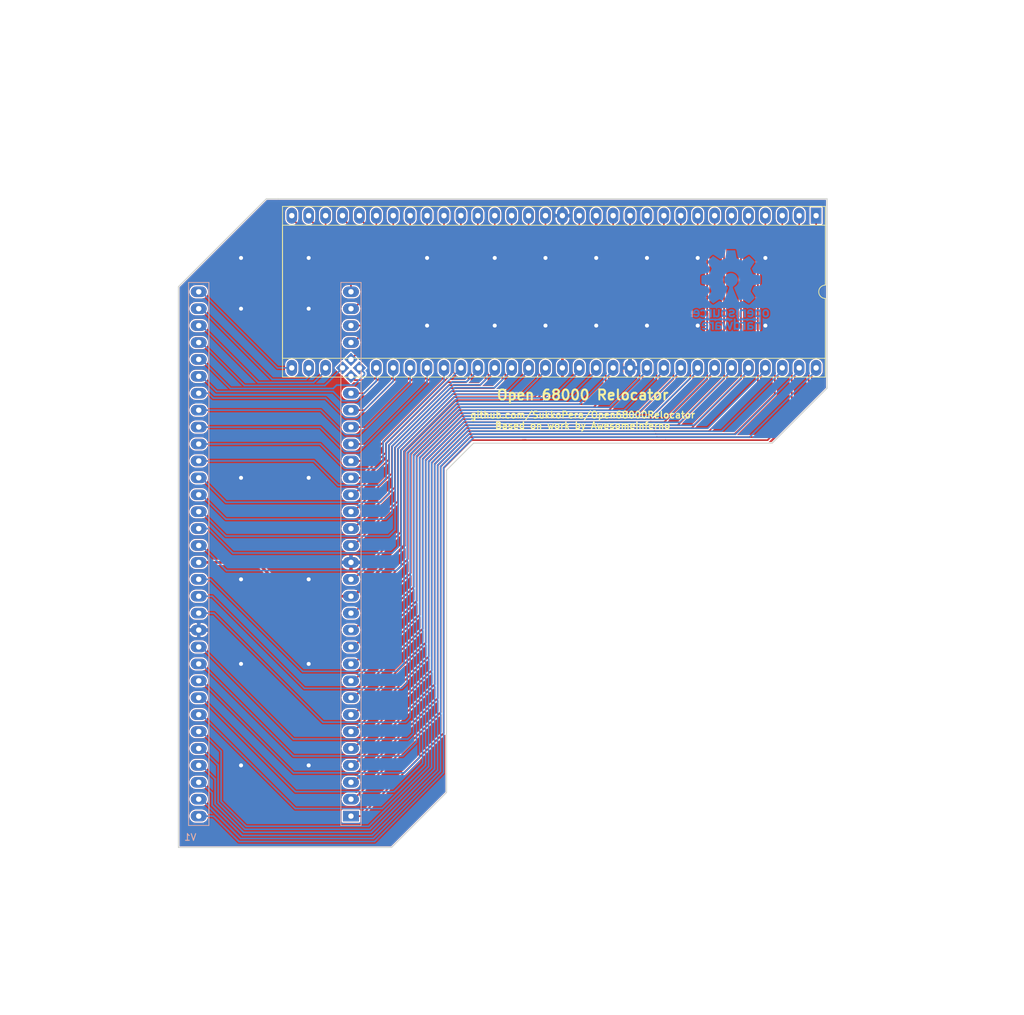
<source format=kicad_pcb>
(kicad_pcb (version 20171130) (host pcbnew 5.0.2)
  (title_block (title "68000 Relocator") (date 2019-01-27) (rev V1sukko-git) (company AwesomeInferno) (comment 1 http://www.github.com/awesomeinferno) (comment 2 "Shifts a 68000 processor socket up and 90 degrees counter-clockwise") (comment 3 "Minor tweaks by SukkoPera"))
  (layers (0 F.Cu signal) (31 B.Cu signal) (36 B.SilkS user) (37 F.SilkS user) (38 B.Mask user) (39 F.Mask user) (44 Edge.Cuts user))
  (net 0 "")
  (net 1 /D4)
  (net 2 /A5)
  (net 3 /D3)
  (net 4 /A6)
  (net 5 /D2)
  (net 6 /A7)
  (net 7 /D1)
  (net 8 /A8)
  (net 9 /D0)
  (net 10 /A9)
  (net 11 /AS)
  (net 12 /A10)
  (net 13 /UDS)
  (net 14 /A11)
  (net 15 /LDS)
  (net 16 /A12)
  (net 17 /R/W)
  (net 18 /A13)
  (net 19 /DTACK)
  (net 20 /A14)
  (net 21 /BG)
  (net 22 /A15)
  (net 23 /BGACK)
  (net 24 /A16)
  (net 25 /BR)
  (net 26 /A17)
  (net 27 VCC)
  (net 28 /A18)
  (net 29 /CLK)
  (net 30 /A19)
  (net 31 GND)
  (net 32 /A20)
  (net 33 /HALT)
  (net 34 /RESET)
  (net 35 /A21)
  (net 36 /VMA)
  (net 37 /A22)
  (net 38 /E)
  (net 39 /A23)
  (net 40 /VPA)
  (net 41 /BERR)
  (net 42 /D15)
  (net 43 /IPL2)
  (net 44 /D14)
  (net 45 /IPL1)
  (net 46 /D13)
  (net 47 /IPL0)
  (net 48 /D12)
  (net 49 /FC2)
  (net 50 /D11)
  (net 51 /FC1)
  (net 52 /D10)
  (net 53 /FC0)
  (net 54 /D9)
  (net 55 /A1)
  (net 56 /D8)
  (net 57 /A2)
  (net 58 /D7)
  (net 59 /A3)
  (net 60 /D6)
  (net 61 /A4)
  (net 62 /D5)
  (module Open68000Relocator:DIP-64_W22.86mm_Socket_LongPads_IC (layer F.Cu) (at 184.912 49.784 270)
    (fp_text reference U2)
    (fp_text value 68000D)
    (pad 1 thru_hole rect (at 0 0 270) (size 2.4 1.6) (drill 0.8) (layers *.Cu *.Mask) (net 1 /D4))
    (pad 33 thru_hole oval (at 22.86 78.74 270) (size 2.4 1.6) (drill 0.8) (layers *.Cu *.Mask) (net 2 /A5))
    (pad 2 thru_hole oval (at 0 2.54 270) (size 2.4 1.6) (drill 0.8) (layers *.Cu *.Mask) (net 3 /D3))
    (pad 34 thru_hole oval (at 22.86 76.2 270) (size 2.4 1.6) (drill 0.8) (layers *.Cu *.Mask) (net 4 /A6))
    (pad 3 thru_hole oval (at 0 5.08 270) (size 2.4 1.6) (drill 0.8) (layers *.Cu *.Mask) (net 5 /D2))
    (pad 35 thru_hole oval (at 22.86 73.66 270) (size 2.4 1.6) (drill 0.8) (layers *.Cu *.Mask) (net 6 /A7))
    (pad 4 thru_hole oval (at 0 7.62 270) (size 2.4 1.6) (drill 0.8) (layers *.Cu *.Mask) (net 7 /D1))
    (pad 36 thru_hole trapezoid (at 22.86 71.12 315) (size 1.4 1.4) (drill 0.8) (layers *.Cu *.Mask) (net 8 /A8))
    (pad 5 thru_hole oval (at 0 10.16 270) (size 2.4 1.6) (drill 0.8) (layers *.Cu *.Mask) (net 9 /D0))
    (pad 37 thru_hole trapezoid (at 22.86 68.58 315) (size 1.4 1.4) (drill 0.8) (layers *.Cu *.Mask) (net 10 /A9))
    (pad 6 thru_hole oval (at 0 12.7 270) (size 2.4 1.6) (drill 0.8) (layers *.Cu *.Mask) (net 11 /AS))
    (pad 38 thru_hole oval (at 22.86 66.04 270) (size 2.4 1.6) (drill 0.8) (layers *.Cu *.Mask) (net 12 /A10))
    (pad 7 thru_hole oval (at 0 15.24 270) (size 2.4 1.6) (drill 0.8) (layers *.Cu *.Mask) (net 13 /UDS))
    (pad 39 thru_hole oval (at 22.86 63.5 270) (size 2.4 1.6) (drill 0.8) (layers *.Cu *.Mask) (net 14 /A11))
    (pad 8 thru_hole oval (at 0 17.78 270) (size 2.4 1.6) (drill 0.8) (layers *.Cu *.Mask) (net 15 /LDS))
    (pad 40 thru_hole oval (at 22.86 60.96 270) (size 2.4 1.6) (drill 0.8) (layers *.Cu *.Mask) (net 16 /A12))
    (pad 9 thru_hole oval (at 0 20.32 270) (size 2.4 1.6) (drill 0.8) (layers *.Cu *.Mask) (net 17 /R/W))
    (pad 41 thru_hole oval (at 22.86 58.42 270) (size 2.4 1.6) (drill 0.8) (layers *.Cu *.Mask) (net 18 /A13))
    (pad 10 thru_hole oval (at 0 22.86 270) (size 2.4 1.6) (drill 0.8) (layers *.Cu *.Mask) (net 19 /DTACK))
    (pad 42 thru_hole oval (at 22.86 55.88 270) (size 2.4 1.6) (drill 0.8) (layers *.Cu *.Mask) (net 20 /A14))
    (pad 11 thru_hole oval (at 0 25.4 270) (size 2.4 1.6) (drill 0.8) (layers *.Cu *.Mask) (net 21 /BG))
    (pad 43 thru_hole oval (at 22.86 53.34 270) (size 2.4 1.6) (drill 0.8) (layers *.Cu *.Mask) (net 22 /A15))
    (pad 12 thru_hole oval (at 0 27.94 270) (size 2.4 1.6) (drill 0.8) (layers *.Cu *.Mask) (net 23 /BGACK))
    (pad 44 thru_hole oval (at 22.86 50.8 270) (size 2.4 1.6) (drill 0.8) (layers *.Cu *.Mask) (net 24 /A16))
    (pad 13 thru_hole oval (at 0 30.48 270) (size 2.4 1.6) (drill 0.8) (layers *.Cu *.Mask) (net 25 /BR))
    (pad 45 thru_hole oval (at 22.86 48.26 270) (size 2.4 1.6) (drill 0.8) (layers *.Cu *.Mask) (net 26 /A17))
    (pad 14 thru_hole oval (at 0 33.02 270) (size 2.4 1.6) (drill 0.8) (layers *.Cu *.Mask) (net 27 VCC))
    (pad 46 thru_hole oval (at 22.86 45.72 270) (size 2.4 1.6) (drill 0.8) (layers *.Cu *.Mask) (net 28 /A18))
    (pad 15 thru_hole oval (at 0 35.56 270) (size 2.4 1.6) (drill 0.8) (layers *.Cu *.Mask) (net 29 /CLK))
    (pad 47 thru_hole oval (at 22.86 43.18 270) (size 2.4 1.6) (drill 0.8) (layers *.Cu *.Mask) (net 30 /A19))
    (pad 16 thru_hole oval (at 0 38.1 270) (size 2.4 1.6) (drill 0.8) (layers *.Cu *.Mask) (net 31 GND))
    (pad 48 thru_hole oval (at 22.86 40.64 270) (size 2.4 1.6) (drill 0.8) (layers *.Cu *.Mask) (net 32 /A20))
    (pad 17 thru_hole oval (at 0 40.64 270) (size 2.4 1.6) (drill 0.8) (layers *.Cu *.Mask) (net 33 /HALT))
    (pad 49 thru_hole oval (at 22.86 38.1 270) (size 2.4 1.6) (drill 0.8) (layers *.Cu *.Mask) (net 27 VCC))
    (pad 18 thru_hole oval (at 0 43.18 270) (size 2.4 1.6) (drill 0.8) (layers *.Cu *.Mask) (net 34 /RESET))
    (pad 50 thru_hole oval (at 22.86 35.56 270) (size 2.4 1.6) (drill 0.8) (layers *.Cu *.Mask) (net 35 /A21))
    (pad 19 thru_hole oval (at 0 45.72 270) (size 2.4 1.6) (drill 0.8) (layers *.Cu *.Mask) (net 36 /VMA))
    (pad 51 thru_hole oval (at 22.86 33.02 270) (size 2.4 1.6) (drill 0.8) (layers *.Cu *.Mask) (net 37 /A22))
    (pad 20 thru_hole oval (at 0 48.26 270) (size 2.4 1.6) (drill 0.8) (layers *.Cu *.Mask) (net 38 /E))
    (pad 52 thru_hole oval (at 22.86 30.48 270) (size 2.4 1.6) (drill 0.8) (layers *.Cu *.Mask) (net 39 /A23))
    (pad 21 thru_hole oval (at 0 50.8 270) (size 2.4 1.6) (drill 0.8) (layers *.Cu *.Mask) (net 40 /VPA))
    (pad 53 thru_hole oval (at 22.86 27.94 270) (size 2.4 1.6) (drill 0.8) (layers *.Cu *.Mask) (net 31 GND))
    (pad 22 thru_hole oval (at 0 53.34 270) (size 2.4 1.6) (drill 0.8) (layers *.Cu *.Mask) (net 41 /BERR))
    (pad 54 thru_hole oval (at 22.86 25.4 270) (size 2.4 1.6) (drill 0.8) (layers *.Cu *.Mask) (net 42 /D15))
    (pad 23 thru_hole oval (at 0 55.88 270) (size 2.4 1.6) (drill 0.8) (layers *.Cu *.Mask) (net 43 /IPL2))
    (pad 55 thru_hole oval (at 22.86 22.86 270) (size 2.4 1.6) (drill 0.8) (layers *.Cu *.Mask) (net 44 /D14))
    (pad 24 thru_hole oval (at 0 58.42 270) (size 2.4 1.6) (drill 0.8) (layers *.Cu *.Mask) (net 45 /IPL1))
    (pad 56 thru_hole oval (at 22.86 20.32 270) (size 2.4 1.6) (drill 0.8) (layers *.Cu *.Mask) (net 46 /D13))
    (pad 25 thru_hole oval (at 0 60.96 270) (size 2.4 1.6) (drill 0.8) (layers *.Cu *.Mask) (net 47 /IPL0))
    (pad 57 thru_hole oval (at 22.86 17.78 270) (size 2.4 1.6) (drill 0.8) (layers *.Cu *.Mask) (net 48 /D12))
    (pad 26 thru_hole oval (at 0 63.5 270) (size 2.4 1.6) (drill 0.8) (layers *.Cu *.Mask) (net 49 /FC2))
    (pad 58 thru_hole oval (at 22.86 15.24 270) (size 2.4 1.6) (drill 0.8) (layers *.Cu *.Mask) (net 50 /D11))
    (pad 27 thru_hole oval (at 0 66.04 270) (size 2.4 1.6) (drill 0.8) (layers *.Cu *.Mask) (net 51 /FC1))
    (pad 59 thru_hole oval (at 22.86 12.7 270) (size 2.4 1.6) (drill 0.8) (layers *.Cu *.Mask) (net 52 /D10))
    (pad 28 thru_hole oval (at 0 68.58 270) (size 2.4 1.6) (drill 0.8) (layers *.Cu *.Mask) (net 53 /FC0))
    (pad 60 thru_hole oval (at 22.86 10.16 270) (size 2.4 1.6) (drill 0.8) (layers *.Cu *.Mask) (net 54 /D9))
    (pad 29 thru_hole oval (at 0 71.12 270) (size 2.4 1.6) (drill 0.8) (layers *.Cu *.Mask) (net 55 /A1))
    (pad 61 thru_hole oval (at 22.86 7.62 270) (size 2.4 1.6) (drill 0.8) (layers *.Cu *.Mask) (net 56 /D8))
    (pad 30 thru_hole oval (at 0 73.66 270) (size 2.4 1.6) (drill 0.8) (layers *.Cu *.Mask) (net 57 /A2))
    (pad 62 thru_hole oval (at 22.86 5.08 270) (size 2.4 1.6) (drill 0.8) (layers *.Cu *.Mask) (net 58 /D7))
    (pad 31 thru_hole oval (at 0 76.2 270) (size 2.4 1.6) (drill 0.8) (layers *.Cu *.Mask) (net 59 /A3))
    (pad 63 thru_hole oval (at 22.86 2.54 270) (size 2.4 1.6) (drill 0.8) (layers *.Cu *.Mask) (net 60 /D6))
    (pad 32 thru_hole oval (at 0 78.74 270) (size 2.4 1.6) (drill 0.8) (layers *.Cu *.Mask) (net 61 /A4))
    (pad 64 thru_hole oval (at 22.86 0 270) (size 2.4 1.6) (drill 0.8) (layers *.Cu *.Mask) (net 62 /D5))
  )
  (module Open68000Relocator:DIP-64_W22.86mm_Socket_LongPads_Socket (layer F.Cu) (at 115.062 139.954 180)
    (fp_text reference U1)
    (fp_text value 68000D)
    (pad 1 thru_hole rect (at 0 0 180) (size 2.4 1.6) (drill 0.8) (layers *.Cu *.Mask) (net 1 /D4))
    (pad 33 thru_hole oval (at 22.86 78.74 180) (size 2.4 1.6) (drill 0.8) (layers *.Cu *.Mask) (net 2 /A5))
    (pad 2 thru_hole oval (at 0 2.54 180) (size 2.4 1.6) (drill 0.8) (layers *.Cu *.Mask) (net 3 /D3))
    (pad 34 thru_hole oval (at 22.86 76.2 180) (size 2.4 1.6) (drill 0.8) (layers *.Cu *.Mask) (net 4 /A6))
    (pad 3 thru_hole oval (at 0 5.08 180) (size 2.4 1.6) (drill 0.8) (layers *.Cu *.Mask) (net 5 /D2))
    (pad 35 thru_hole oval (at 22.86 73.66 180) (size 2.4 1.6) (drill 0.8) (layers *.Cu *.Mask) (net 6 /A7))
    (pad 4 thru_hole oval (at 0 7.62 180) (size 2.4 1.6) (drill 0.8) (layers *.Cu *.Mask) (net 7 /D1))
    (pad 36 thru_hole oval (at 22.86 71.12 180) (size 2.4 1.6) (drill 0.8) (layers *.Cu *.Mask) (net 8 /A8))
    (pad 5 thru_hole oval (at 0 10.16 180) (size 2.4 1.6) (drill 0.8) (layers *.Cu *.Mask) (net 9 /D0))
    (pad 37 thru_hole oval (at 22.86 68.58 180) (size 2.4 1.6) (drill 0.8) (layers *.Cu *.Mask) (net 10 /A9))
    (pad 6 thru_hole oval (at 0 12.7 180) (size 2.4 1.6) (drill 0.8) (layers *.Cu *.Mask) (net 11 /AS))
    (pad 38 thru_hole oval (at 22.86 66.04 180) (size 2.4 1.6) (drill 0.8) (layers *.Cu *.Mask) (net 12 /A10))
    (pad 7 thru_hole oval (at 0 15.24 180) (size 2.4 1.6) (drill 0.8) (layers *.Cu *.Mask) (net 13 /UDS))
    (pad 39 thru_hole oval (at 22.86 63.5 180) (size 2.4 1.6) (drill 0.8) (layers *.Cu *.Mask) (net 14 /A11))
    (pad 8 thru_hole oval (at 0 17.78 180) (size 2.4 1.6) (drill 0.8) (layers *.Cu *.Mask) (net 15 /LDS))
    (pad 40 thru_hole oval (at 22.86 60.96 180) (size 2.4 1.6) (drill 0.8) (layers *.Cu *.Mask) (net 16 /A12))
    (pad 9 thru_hole oval (at 0 20.32 180) (size 2.4 1.6) (drill 0.8) (layers *.Cu *.Mask) (net 17 /R/W))
    (pad 41 thru_hole oval (at 22.86 58.42 180) (size 2.4 1.6) (drill 0.8) (layers *.Cu *.Mask) (net 18 /A13))
    (pad 10 thru_hole oval (at 0 22.86 180) (size 2.4 1.6) (drill 0.8) (layers *.Cu *.Mask) (net 19 /DTACK))
    (pad 42 thru_hole oval (at 22.86 55.88 180) (size 2.4 1.6) (drill 0.8) (layers *.Cu *.Mask) (net 20 /A14))
    (pad 11 thru_hole oval (at 0 25.4 180) (size 2.4 1.6) (drill 0.8) (layers *.Cu *.Mask) (net 21 /BG))
    (pad 43 thru_hole oval (at 22.86 53.34 180) (size 2.4 1.6) (drill 0.8) (layers *.Cu *.Mask) (net 22 /A15))
    (pad 12 thru_hole oval (at 0 27.94 180) (size 2.4 1.6) (drill 0.8) (layers *.Cu *.Mask) (net 23 /BGACK))
    (pad 44 thru_hole oval (at 22.86 50.8 180) (size 2.4 1.6) (drill 0.8) (layers *.Cu *.Mask) (net 24 /A16))
    (pad 13 thru_hole oval (at 0 30.48 180) (size 2.4 1.6) (drill 0.8) (layers *.Cu *.Mask) (net 25 /BR))
    (pad 45 thru_hole oval (at 22.86 48.26 180) (size 2.4 1.6) (drill 0.8) (layers *.Cu *.Mask) (net 26 /A17))
    (pad 14 thru_hole oval (at 0 33.02 180) (size 2.4 1.6) (drill 0.8) (layers *.Cu *.Mask) (net 27 VCC))
    (pad 46 thru_hole oval (at 22.86 45.72 180) (size 2.4 1.6) (drill 0.8) (layers *.Cu *.Mask) (net 28 /A18))
    (pad 15 thru_hole oval (at 0 35.56 180) (size 2.4 1.6) (drill 0.8) (layers *.Cu *.Mask) (net 29 /CLK))
    (pad 47 thru_hole oval (at 22.86 43.18 180) (size 2.4 1.6) (drill 0.8) (layers *.Cu *.Mask) (net 30 /A19))
    (pad 16 thru_hole oval (at 0 38.1 180) (size 2.4 1.6) (drill 0.8) (layers *.Cu *.Mask) (net 31 GND))
    (pad 48 thru_hole oval (at 22.86 40.64 180) (size 2.4 1.6) (drill 0.8) (layers *.Cu *.Mask) (net 32 /A20))
    (pad 17 thru_hole oval (at 0 40.64 180) (size 2.4 1.6) (drill 0.8) (layers *.Cu *.Mask) (net 33 /HALT))
    (pad 49 thru_hole oval (at 22.86 38.1 180) (size 2.4 1.6) (drill 0.8) (layers *.Cu *.Mask) (net 27 VCC))
    (pad 18 thru_hole oval (at 0 43.18 180) (size 2.4 1.6) (drill 0.8) (layers *.Cu *.Mask) (net 34 /RESET))
    (pad 50 thru_hole oval (at 22.86 35.56 180) (size 2.4 1.6) (drill 0.8) (layers *.Cu *.Mask) (net 35 /A21))
    (pad 19 thru_hole oval (at 0 45.72 180) (size 2.4 1.6) (drill 0.8) (layers *.Cu *.Mask) (net 36 /VMA))
    (pad 51 thru_hole oval (at 22.86 33.02 180) (size 2.4 1.6) (drill 0.8) (layers *.Cu *.Mask) (net 37 /A22))
    (pad 20 thru_hole oval (at 0 48.26 180) (size 2.4 1.6) (drill 0.8) (layers *.Cu *.Mask) (net 38 /E))
    (pad 52 thru_hole oval (at 22.86 30.48 180) (size 2.4 1.6) (drill 0.8) (layers *.Cu *.Mask) (net 39 /A23))
    (pad 21 thru_hole oval (at 0 50.8 180) (size 2.4 1.6) (drill 0.8) (layers *.Cu *.Mask) (net 40 /VPA))
    (pad 53 thru_hole oval (at 22.86 27.94 180) (size 2.4 1.6) (drill 0.8) (layers *.Cu *.Mask) (net 31 GND))
    (pad 22 thru_hole oval (at 0 53.34 180) (size 2.4 1.6) (drill 0.8) (layers *.Cu *.Mask) (net 41 /BERR))
    (pad 54 thru_hole oval (at 22.86 25.4 180) (size 2.4 1.6) (drill 0.8) (layers *.Cu *.Mask) (net 42 /D15))
    (pad 23 thru_hole oval (at 0 55.88 180) (size 2.4 1.6) (drill 0.8) (layers *.Cu *.Mask) (net 43 /IPL2))
    (pad 55 thru_hole oval (at 22.86 22.86 180) (size 2.4 1.6) (drill 0.8) (layers *.Cu *.Mask) (net 44 /D14))
    (pad 24 thru_hole oval (at 0 58.42 180) (size 2.4 1.6) (drill 0.8) (layers *.Cu *.Mask) (net 45 /IPL1))
    (pad 56 thru_hole oval (at 22.86 20.32 180) (size 2.4 1.6) (drill 0.8) (layers *.Cu *.Mask) (net 46 /D13))
    (pad 25 thru_hole oval (at 0 60.96 180) (size 2.4 1.6) (drill 0.8) (layers *.Cu *.Mask) (net 47 /IPL0))
    (pad 57 thru_hole oval (at 22.86 17.78 180) (size 2.4 1.6) (drill 0.8) (layers *.Cu *.Mask) (net 48 /D12))
    (pad 26 thru_hole oval (at 0 63.5 180) (size 2.4 1.6) (drill 0.8) (layers *.Cu *.Mask) (net 49 /FC2))
    (pad 58 thru_hole oval (at 22.86 15.24 180) (size 2.4 1.6) (drill 0.8) (layers *.Cu *.Mask) (net 50 /D11))
    (pad 27 thru_hole trapezoid (at 0 66.04 225) (size 1.4 1.4) (drill 0.8) (layers *.Cu *.Mask) (net 51 /FC1))
    (pad 59 thru_hole oval (at 22.86 12.7 180) (size 2.4 1.6) (drill 0.8) (layers *.Cu *.Mask) (net 52 /D10))
    (pad 28 thru_hole trapezoid (at 0 68.58 225) (size 1.4 1.4) (drill 0.8) (layers *.Cu *.Mask) (net 53 /FC0))
    (pad 60 thru_hole oval (at 22.86 10.16 180) (size 2.4 1.6) (drill 0.8) (layers *.Cu *.Mask) (net 54 /D9))
    (pad 29 thru_hole oval (at 0 71.12 180) (size 2.4 1.6) (drill 0.8) (layers *.Cu *.Mask) (net 55 /A1))
    (pad 61 thru_hole oval (at 22.86 7.62 180) (size 2.4 1.6) (drill 0.8) (layers *.Cu *.Mask) (net 56 /D8))
    (pad 30 thru_hole oval (at 0 73.66 180) (size 2.4 1.6) (drill 0.8) (layers *.Cu *.Mask) (net 57 /A2))
    (pad 62 thru_hole oval (at 22.86 5.08 180) (size 2.4 1.6) (drill 0.8) (layers *.Cu *.Mask) (net 58 /D7))
    (pad 31 thru_hole oval (at 0 76.2 180) (size 2.4 1.6) (drill 0.8) (layers *.Cu *.Mask) (net 59 /A3))
    (pad 63 thru_hole oval (at 22.86 2.54 180) (size 2.4 1.6) (drill 0.8) (layers *.Cu *.Mask) (net 60 /D6))
    (pad 32 thru_hole oval (at 0 78.74 180) (size 2.4 1.6) (drill 0.8) (layers *.Cu *.Mask) (net 61 /A4))
    (pad 64 thru_hole oval (at 22.86 0 180) (size 2.4 1.6) (drill 0.8) (layers *.Cu *.Mask) (net 62 /D5))
  )
  (module Symbol:OSHW-Logo_11.4x12mm_Copper (layer B.Cu) (at 172.1485 60.96 180)
    (fp_text reference P99 hide)
    (fp_text value OSHW_LOGO hide)
    (fp_poly (pts (xy -3.780091 -2.90956) (xy -3.727588 -2.935499) (xy -3.662842 -2.9807) (xy -3.615653 -3.029991) (xy -3.583335 -3.091885) (xy -3.563203 -3.174896) (xy -3.55257 -3.287538) (xy -3.548753 -3.438324) (xy -3.54853 -3.503149) (xy -3.549182 -3.645221) (xy -3.551888 -3.746757) (xy -3.557776 -3.817015) (xy -3.567973 -3.865256) (xy -3.583606 -3.900738) (xy -3.599872 -3.924943) (xy -3.703705 -4.027929) (xy -3.825979 -4.089874) (xy -3.957886 -4.108506) (xy -4.090616 -4.081549) (xy -4.132667 -4.062486) (xy -4.233334 -4.010015) (xy -4.233334 -4.832259) (xy -4.159865 -4.794267) (xy -4.063059 -4.764872) (xy -3.944072 -4.757342) (xy -3.825255 -4.771245) (xy -3.735527 -4.802476) (xy -3.661101 -4.861954) (xy -3.59751 -4.947066) (xy -3.592729 -4.955805) (xy -3.572563 -4.996966) (xy -3.557835 -5.038454) (xy -3.547697 -5.088713) (xy -3.541301 -5.156184) (xy -3.537799 -5.249309) (xy -3.536342 -5.376531) (xy -3.536079 -5.519701) (xy -3.536079 -5.976471) (xy -3.81 -5.976471) (xy -3.81 -5.134231) (xy -3.886617 -5.069763) (xy -3.966207 -5.018194) (xy -4.041578 -5.008818) (xy -4.117367 -5.032947) (xy -4.157759 -5.056574) (xy -4.187821 -5.090227) (xy -4.209203 -5.141087) (xy -4.22355 -5.216334) (xy -4.23251 -5.323146) (xy -4.23773 -5.468704) (xy -4.239569 -5.565588) (xy -4.245785 -5.96402) (xy -4.37652 -5.971547) (xy -4.507255 -5.979073) (xy -4.507255 -3.506582) (xy -4.233334 -3.506582) (xy -4.22635 -3.644423) (xy -4.202818 -3.740107) (xy -4.158865 -3.799641) (xy -4.090618 -3.829029) (xy -4.021667 -3.834902) (xy -3.943614 -3.828154) (xy -3.891811 -3.801594) (xy -3.859417 -3.766499) (xy -3.833916 -3.728752) (xy -3.818735 -3.6867) (xy -3.811981 -3.627779) (xy -3.811759 -3.539428) (xy -3.814032 -3.465448) (xy -3.819251 -3.354) (xy -3.827021 -3.280833) (xy -3.840105 -3.234422) (xy -3.861268 -3.203244) (xy -3.88124 -3.185223) (xy -3.964686 -3.145925) (xy -4.063449 -3.139579) (xy -4.120159 -3.153116) (xy -4.176308 -3.201233) (xy -4.213501 -3.294833) (xy -4.231528 -3.433254) (xy -4.233334 -3.506582) (xy -4.507255 -3.506582) (xy -4.507255 -2.888628) (xy -4.370295 -2.888628) (xy -4.288065 -2.891879) (xy -4.24564 -2.903426) (xy -4.233339 -2.925952) (xy -4.233334 -2.92662) (xy -4.227626 -2.948681) (xy -4.202453 -2.946176) (xy -4.152402 -2.921935) (xy -4.035781 -2.884851) (xy -3.904571 -2.880953) (xy -3.780091 -2.90956)) (layer B.Cu) (width 0.01))
    (fp_poly (pts (xy -2.74128 -4.765922) (xy -2.62413 -4.79718) (xy -2.534949 -4.853837) (xy -2.472016 -4.928045) (xy -2.452452 -4.959716) (xy -2.438008 -4.992891) (xy -2.427911 -5.035329) (xy -2.421385 -5.094788) (xy -2.417658 -5.179029) (xy -2.415954 -5.29581) (xy -2.4155 -5.45289) (xy -2.415491 -5.494565) (xy -2.415491 -5.976471) (xy -2.53502 -5.976471) (xy -2.611261 -5.971131) (xy -2.667634 -5.957604) (xy -2.681758 -5.949262) (xy -2.72037 -5.934864) (xy -2.759808 -5.949262) (xy -2.824738 -5.967237) (xy -2.919055 -5.974472) (xy -3.023593 -5.971333) (xy -3.119189 -5.958186) (xy -3.175 -5.941318) (xy -3.283002 -5.871986) (xy -3.350497 -5.775772) (xy -3.380841 -5.647844) (xy -3.381123 -5.644559) (xy -3.37846 -5.587808) (xy -3.137647 -5.587808) (xy -3.116595 -5.652358) (xy -3.082303 -5.688686) (xy -3.013468 -5.716162) (xy -2.92261 -5.727129) (xy -2.829958 -5.721731) (xy -2.755744 -5.70011) (xy -2.734951 -5.686239) (xy -2.698619 -5.622143) (xy -2.689412 -5.549278) (xy -2.689412 -5.45353) (xy -2.827173 -5.45353) (xy -2.958047 -5.463605) (xy -3.057259 -5.492148) (xy -3.118977 -5.536639) (xy -3.137647 -5.587808) (xy -3.37846 -5.587808) (xy -3.374564 -5.50479) (xy -3.328466 -5.394282) (xy -3.2418 -5.310712) (xy -3.229821 -5.30311) (xy -3.178345 -5.278357) (xy -3.114632 -5.263368) (xy -3.025565 -5.256082) (xy -2.919755 -5.254407) (xy -2.689412 -5.254314) (xy -2.689412 -5.157755) (xy -2.699183 -5.082836) (xy -2.724116 -5.032644) (xy -2.727035 -5.029972) (xy -2.782519 -5.008015) (xy -2.866273 -4.999505) (xy -2.958833 -5.003687) (xy -3.04073 -5.019809) (xy -3.089327 -5.04399) (xy -3.115659 -5.063359) (xy -3.143465 -5.067057) (xy -3.181839 -5.051188) (xy -3.239875 -5.011855) (xy -3.326669 -4.945164) (xy -3.334635 -4.938916) (xy -3.330553 -4.9158) (xy -3.296499 -4.877352) (xy -3.24474 -4.834627) (xy -3.187545 -4.798679) (xy -3.169575 -4.790191) (xy -3.104028 -4.773252) (xy -3.00798 -4.76117) (xy -2.900671 -4.756323) (xy -2.895653 -4.756313) (xy -2.74128 -4.765922)) (layer B.Cu) (width 0.01))
    (fp_poly (pts (xy -1.967236 -4.758921) (xy -1.92997 -4.770091) (xy -1.917957 -4.794633) (xy -1.917451 -4.805712) (xy -1.915296 -4.836572) (xy -1.900449 -4.841417) (xy -1.860343 -4.82026) (xy -1.83652 -4.805806) (xy -1.761362 -4.77485) (xy -1.671594 -4.759544) (xy -1.577471 -4.758367) (xy -1.489246 -4.769799) (xy -1.417174 -4.79232) (xy -1.371508 -4.824409) (xy -1.362502 -4.864545) (xy -1.367047 -4.875415) (xy -1.400179 -4.920534) (xy -1.451555 -4.976026) (xy -1.460848 -4.984996) (xy -1.509818 -5.026245) (xy -1.552069 -5.039572) (xy -1.611159 -5.030271) (xy -1.634831 -5.02409) (xy -1.708496 -5.009246) (xy -1.76029 -5.015921) (xy -1.804031 -5.039465) (xy -1.844098 -5.071061) (xy -1.873608 -5.110798) (xy -1.894116 -5.166252) (xy -1.907176 -5.245003) (xy -1.914344 -5.354629) (xy -1.917176 -5.502706) (xy -1.917451 -5.592111) (xy -1.917451 -5.976471) (xy -2.166471 -5.976471) (xy -2.166471 -4.756275) (xy -2.041961 -4.756275) (xy -1.967236 -4.758921)) (layer B.Cu) (width 0.01))
    (fp_poly (pts (xy -0.398432 -5.976471) (xy -0.535393 -5.976471) (xy -0.614889 -5.97414) (xy -0.656292 -5.964488) (xy -0.671199 -5.943525) (xy -0.672353 -5.929351) (xy -0.674867 -5.900927) (xy -0.69072 -5.895475) (xy -0.732379 -5.912998) (xy -0.764776 -5.929351) (xy -0.889151 -5.968103) (xy -1.024354 -5.970346) (xy -1.134274 -5.941444) (xy -1.236634 -5.871619) (xy -1.31466 -5.768555) (xy -1.357386 -5.646989) (xy -1.358474 -5.640192) (xy -1.364822 -5.566032) (xy -1.367979 -5.45957) (xy -1.367725 -5.379052) (xy -1.095711 -5.379052) (xy -1.08941 -5.48607) (xy -1.075075 -5.574278) (xy -1.055669 -5.62409) (xy -0.982254 -5.692162) (xy -0.895086 -5.716564) (xy -0.805196 -5.696831) (xy -0.728383 -5.637968) (xy -0.699292 -5.598379) (xy -0.682283 -5.551138) (xy -0.674316 -5.482181) (xy -0.672353 -5.378607) (xy -0.675866 -5.276039) (xy -0.685143 -5.185921) (xy -0.698294 -5.125613) (xy -0.700486 -5.120208) (xy -0.753522 -5.05594) (xy -0.830933 -5.020656) (xy -0.917546 -5.014959) (xy -0.998193 -5.039453) (xy -1.057703 -5.094742) (xy -1.063876 -5.105743) (xy -1.083199 -5.172827) (xy -1.093726 -5.269284) (xy -1.095711 -5.379052) (xy -1.367725 -5.379052) (xy -1.367596 -5.338225) (xy -1.365806 -5.272918) (xy -1.353627 -5.111355) (xy -1.328315 -4.990053) (xy -1.286207 -4.900379) (xy -1.223641 -4.833699) (xy -1.1629 -4.794557) (xy -1.078036 -4.76704) (xy -0.972485 -4.757603) (xy -0.864402 -4.76529) (xy -0.771942 -4.789146) (xy -0.72309 -4.817685) (xy -0.672353 -4.863601) (xy -0.672353 -4.283137) (xy -0.398432 -4.283137) (xy -0.398432 -5.976471)) (layer B.Cu) (width 0.01))
    (fp_poly (pts (xy 0.557528 -4.761332) (xy 0.656014 -4.768726) (xy 0.784776 -5.154706) (xy 0.913537 -5.540686) (xy 0.953911 -5.403726) (xy 0.978207 -5.319083) (xy 1.010167 -5.204697) (xy 1.044679 -5.078963) (xy 1.062928 -5.01152) (xy 1.131571 -4.756275) (xy 1.414773 -4.756275) (xy 1.330122 -5.023971) (xy 1.288435 -5.155638) (xy 1.238074 -5.314458) (xy 1.185481 -5.480128) (xy 1.13853 -5.627843) (xy 1.031589 -5.96402) (xy 0.800661 -5.979044) (xy 0.73805 -5.772316) (xy 0.699438 -5.643896) (xy 0.6573 -5.502322) (xy 0.620472 -5.377285) (xy 0.619018 -5.372309) (xy 0.591511 -5.287586) (xy 0.567242 -5.229778) (xy 0.550243 -5.207918) (xy 0.54675 -5.210446) (xy 0.53449 -5.244336) (xy 0.511195 -5.31693) (xy 0.4797 -5.419101) (xy 0.442842 -5.54172) (xy 0.422899 -5.609167) (xy 0.314895 -5.976471) (xy 0.085679 -5.976471) (xy -0.097561 -5.3975) (xy -0.149037 -5.235091) (xy -0.19593 -5.087602) (xy -0.236023 -4.96196) (xy -0.267103 -4.865095) (xy -0.286955 -4.803934) (xy -0.292989 -4.786065) (xy -0.288212 -4.767768) (xy -0.250703 -4.759755) (xy -0.172645 -4.760557) (xy -0.160426 -4.761163) (xy -0.015674 -4.768726) (xy 0.07913 -5.117353) (xy 0.113977 -5.244497) (xy 0.145117 -5.356265) (xy 0.169809 -5.442953) (xy 0.185312 -5.494856) (xy 0.188176 -5.503318) (xy 0.200046 -5.493587) (xy 0.223983 -5.443172) (xy 0.257239 -5.358935) (xy 0.297064 -5.247741) (xy 0.33073 -5.147297) (xy 0.459041 -4.753939) (xy 0.557528 -4.761332)) (layer B.Cu) (width 0.01))
    (fp_poly (pts (xy 2.056459 -4.763669) (xy 2.16142 -4.789163) (xy 2.191761 -4.802669) (xy 2.250573 -4.838046) (xy 2.295709 -4.87789) (xy 2.329106 -4.92912) (xy 2.352701 -4.998654) (xy 2.368433 -5.093409) (xy 2.378239 -5.220305) (xy 2.384057 -5.386258) (xy 2.386266 -5.497108) (xy 2.394396 -5.976471) (xy 2.255531 -5.976471) (xy 2.171287 -5.972938) (xy 2.127884 -5.960866) (xy 2.116666 -5.940594) (xy 2.110744 -5.918674) (xy 2.084266 -5.922865) (xy 2.048186 -5.940441) (xy 1.957862 -5.967382) (xy 1.841777 -5.974642) (xy 1.71968 -5.962767) (xy 1.611321 -5.932305) (xy 1.601602 -5.928077) (xy 1.502568 -5.858505) (xy 1.437281 -5.761789) (xy 1.40724 -5.648738) (xy 1.409535 -5.608122) (xy 1.654633 -5.608122) (xy 1.676229 -5.662782) (xy 1.740259 -5.701952) (xy 1.843565 -5.722974) (xy 1.898774 -5.725766) (xy 1.990782 -5.71862) (xy 2.051941 -5.690848) (xy 2.066862 -5.677647) (xy 2.107287 -5.605829) (xy 2.116666 -5.540686) (xy 2.116666 -5.45353) (xy 1.995269 -5.45353) (xy 1.854153 -5.460722) (xy 1.755173 -5.483345) (xy 1.692633 -5.522964) (xy 1.678631 -5.540628) (xy 1.654633 -5.608122) (xy 1.409535 -5.608122) (xy 1.413941 -5.530157) (xy 1.45888 -5.416855) (xy 1.520196 -5.340285) (xy 1.557332 -5.307181) (xy 1.593687 -5.285425) (xy 1.64099 -5.272161) (xy 1.710973 -5.264528) (xy 1.815364 -5.25967) (xy 1.85677 -5.258273) (xy 2.116666 -5.24978) (xy 2.116285 -5.171116) (xy 2.106219 -5.088428) (xy 2.069829 -5.038431) (xy 1.996311 -5.006489) (xy 1.994339 -5.00592) (xy 1.890105 -4.993361) (xy 1.788108 -5.009766) (xy 1.712305 -5.049657) (xy 1.68189 -5.069354) (xy 1.649132 -5.066629) (xy 1.598721 -5.038091) (xy 1.569119 -5.01795) (xy 1.511218 -4.974919) (xy 1.475352 -4.942662) (xy 1.469597 -4.933427) (xy 1.493295 -4.885636) (xy 1.563313 -4.828562) (xy 1.593725 -4.809305) (xy 1.681155 -4.77614) (xy 1.798983 -4.75735) (xy 1.929866 -4.753129) (xy 2.056459 -4.763669)) (layer B.Cu) (width 0.01))
    (fp_poly (pts (xy 3.238446 -4.755883) (xy 3.334177 -4.774755) (xy 3.388677 -4.802699) (xy 3.446008 -4.849123) (xy 3.364441 -4.952111) (xy 3.31415 -5.014479) (xy 3.280001 -5.044907) (xy 3.246063 -5.049555) (xy 3.196406 -5.034586) (xy 3.173096 -5.026117) (xy 3.078063 -5.013622) (xy 2.991032 -5.040406) (xy 2.927138 -5.100915) (xy 2.916759 -5.120208) (xy 2.905456 -5.171314) (xy 2.896732 -5.2655) (xy 2.890997 -5.396089) (xy 2.88866 -5.556405) (xy 2.888627 -5.579211) (xy 2.888627 -5.976471) (xy 2.614705 -5.976471) (xy 2.614705 -4.756275) (xy 2.751666 -4.756275) (xy 2.830638 -4.758337) (xy 2.871779 -4.767513) (xy 2.886992 -4.78829) (xy 2.888627 -4.807886) (xy 2.888627 -4.859497) (xy 2.95424 -4.807886) (xy 3.029475 -4.772675) (xy 3.130544 -4.755265) (xy 3.238446 -4.755883)) (layer B.Cu) (width 0.01))
    (fp_poly (pts (xy 4.025307 -4.762784) (xy 4.144337 -4.793731) (xy 4.244021 -4.8576) (xy 4.292288 -4.905313) (xy 4.371408 -5.018106) (xy 4.416752 -5.14895) (xy 4.43233 -5.309792) (xy 4.43241 -5.322794) (xy 4.432549 -5.45353) (xy 3.680091 -5.45353) (xy 3.69613 -5.52201) (xy 3.725091 -5.584031) (xy 3.775778 -5.648654) (xy 3.786379 -5.658971) (xy 3.877494 -5.714805) (xy 3.9814 -5.724275) (xy 4.101 -5.68754) (xy 4.121274 -5.677647) (xy 4.183456 -5.647574) (xy 4.225106 -5.63044) (xy 4.232373 -5.628855) (xy 4.25774 -5.644242) (xy 4.30612 -5.681887) (xy 4.330679 -5.702459) (xy 4.38157 -5.749714) (xy 4.398281 -5.780917) (xy 4.386683 -5.80962) (xy 4.380483 -5.817468) (xy 4.338493 -5.851819) (xy 4.269206 -5.893565) (xy 4.220882 -5.917935) (xy 4.083711 -5.960873) (xy 3.931847 -5.974786) (xy 3.788024 -5.9583) (xy 3.747745 -5.946496) (xy 3.623078 -5.879689) (xy 3.530671 -5.776892) (xy 3.46999 -5.637105) (xy 3.440498 -5.45933) (xy 3.43726 -5.366373) (xy 3.446714 -5.231033) (xy 3.68549 -5.231033) (xy 3.708584 -5.241038) (xy 3.770662 -5.248888) (xy 3.860914 -5.253521) (xy 3.922058 -5.254314) (xy 4.03204 -5.253549) (xy 4.101457 -5.24997) (xy 4.139538 -5.241649) (xy 4.155515 -5.226657) (xy 4.158627 -5.204903) (xy 4.137278 -5.137892) (xy 4.083529 -5.071664) (xy 4.012822 -5.020832) (xy 3.942089 -5.000038) (xy 3.846016 -5.018484) (xy 3.762849 -5.071811) (xy 3.705186 -5.148677) (xy 3.68549 -5.231033) (xy 3.446714 -5.231033) (xy 3.451028 -5.169291) (xy 3.49352 -5.012271) (xy 3.565635 -4.894069) (xy 3.668273 -4.81344) (xy 3.802332 -4.769139) (xy 3.874957 -4.760607) (xy 4.025307 -4.762784)) (layer B.Cu) (width 0.01))
    (fp_poly (pts (xy -5.026753 -2.901568) (xy -4.896478 -2.959163) (xy -4.797581 -3.055334) (xy -4.729918 -3.190229) (xy -4.693345 -3.363996) (xy -4.690724 -3.391126) (xy -4.68867 -3.582408) (xy -4.715301 -3.750073) (xy -4.768999 -3.885967) (xy -4.797753 -3.929681) (xy -4.897909 -4.022198) (xy -5.025463 -4.082119) (xy -5.168163 -4.106985) (xy -5.31376 -4.094339) (xy -5.424438 -4.055391) (xy -5.519616 -3.989755) (xy -5.597406 -3.903699) (xy -5.598751 -3.901685) (xy -5.630343 -3.84857) (xy -5.650873 -3.79516) (xy -5.663305 -3.727754) (xy -5.670603 -3.632653) (xy -5.673818 -3.554666) (xy -5.675156 -3.483944) (xy -5.426186 -3.483944) (xy -5.423753 -3.554348) (xy -5.41492 -3.648068) (xy -5.399336 -3.708214) (xy -5.371234 -3.751006) (xy -5.344914 -3.776002) (xy -5.251608 -3.828338) (xy -5.15398 -3.835333) (xy -5.063058 -3.797676) (xy -5.017598 -3.755479) (xy -4.984838 -3.712956) (xy -4.965677 -3.672267) (xy -4.957267 -3.619314) (xy -4.956763 -3.539997) (xy -4.959355 -3.46695) (xy -4.964929 -3.362601) (xy -4.973766 -3.29492) (xy -4.989693 -3.250774) (xy -5.016538 -3.217031) (xy -5.037811 -3.197746) (xy -5.126794 -3.147086) (xy -5.222789 -3.14456) (xy -5.303281 -3.174567) (xy -5.371947 -3.237231) (xy -5.412856 -3.340168) (xy -5.426186 -3.483944) (xy -5.675156 -3.483944) (xy -5.676754 -3.399582) (xy -5.67174 -3.2836) (xy -5.656717 -3.196367) (xy -5.629624 -3.12753) (xy -5.5884 -3.066737) (xy -5.573115 -3.048686) (xy -5.477546 -2.958746) (xy -5.375039 -2.906211) (xy -5.249679 -2.884201) (xy -5.18855 -2.882402) (xy -5.026753 -2.901568)) (layer B.Cu) (width 0.01))
    (fp_poly (pts (xy -2.686796 -2.916354) (xy -2.661981 -2.928037) (xy -2.576094 -2.990951) (xy -2.494879 -3.082769) (xy -2.434236 -3.183868) (xy -2.416988 -3.230349) (xy -2.401251 -3.313376) (xy -2.391867 -3.413713) (xy -2.390728 -3.455147) (xy -2.390589 -3.585882) (xy -3.143047 -3.585882) (xy -3.127007 -3.654363) (xy -3.087637 -3.735355) (xy -3.018806 -3.805351) (xy -2.936919 -3.850441) (xy -2.884737 -3.859804) (xy -2.813971 -3.848441) (xy -2.72954 -3.819943) (xy -2.700858 -3.806831) (xy -2.594791 -3.753858) (xy -2.504272 -3.822901) (xy -2.452039 -3.869597) (xy -2.424247 -3.90814) (xy -2.42284 -3.919452) (xy -2.447668 -3.946868) (xy -2.502083 -3.988532) (xy -2.551472 -4.021037) (xy -2.684748 -4.079468) (xy -2.834161 -4.105915) (xy -2.982249 -4.099039) (xy -3.100295 -4.063096) (xy -3.221982 -3.986101) (xy -3.30846 -3.884728) (xy -3.362559 -3.75357) (xy -3.387109 -3.587224) (xy -3.389286 -3.511108) (xy -3.380573 -3.336685) (xy -3.379503 -3.331611) (xy -3.130173 -3.331611) (xy -3.123306 -3.347968) (xy -3.095083 -3.356988) (xy -3.036873 -3.360854) (xy -2.940042 -3.361749) (xy -2.902757 -3.361765) (xy -2.789317 -3.360413) (xy -2.717378 -3.355505) (xy -2.678687 -3.34576) (xy -2.664995 -3.329899) (xy -2.66451 -3.324805) (xy -2.680137 -3.284326) (xy -2.719247 -3.227621) (xy -2.736061 -3.207766) (xy -2.798481 -3.151611) (xy -2.863547 -3.129532) (xy -2.898603 -3.127686) (xy -2.993442 -3.150766) (xy -3.072973 -3.212759) (xy -3.123423 -3.302802) (xy -3.124317 -3.305735) (xy -3.130173 -3.331611) (xy -3.379503 -3.331611) (xy -3.351601 -3.199343) (xy -3.29941 -3.089461) (xy -3.235579 -3.011461) (xy -3.117567 -2.926882) (xy -2.978842 -2.881686) (xy -2.83129 -2.8776) (xy -2.686796 -2.916354)) (layer B.Cu) (width 0.01))
    (fp_poly (pts (xy 0.027759 -2.884345) (xy 0.122059 -2.902229) (xy 0.21989 -2.939633) (xy 0.230343 -2.944402) (xy 0.304531 -2.983412) (xy 0.35591 -3.019664) (xy 0.372517 -3.042887) (xy 0.356702 -3.080761) (xy 0.318288 -3.136644) (xy 0.301237 -3.157505) (xy 0.230969 -3.239618) (xy 0.140379 -3.186168) (xy 0.054164 -3.150561) (xy -0.045451 -3.131529) (xy -0.140981 -3.130326) (xy -0.214939 -3.14821) (xy -0.232688 -3.159373) (xy -0.266488 -3.210553) (xy -0.270596 -3.269509) (xy -0.245304 -3.315567) (xy -0.230344 -3.324499) (xy -0.185514 -3.335592) (xy -0.106714 -3.34863) (xy -0.009574 -3.361088) (xy 0.008346 -3.363042) (xy 0.164365 -3.39003) (xy 0.277523 -3.435873) (xy 0.352569 -3.504803) (xy 0.394253 -3.601054) (xy 0.407238 -3.718617) (xy 0.389299 -3.852254) (xy 0.33105 -3.957195) (xy 0.232255 -4.03363) (xy 0.092682 -4.081748) (xy -0.062255 -4.100732) (xy -0.188602 -4.100504) (xy -0.291087 -4.083262) (xy -0.361079 -4.059457) (xy -0.449517 -4.017978) (xy -0.531246 -3.969842) (xy -0.560295 -3.948655) (xy -0.635 -3.887676) (xy -0.544902 -3.796508) (xy -0.454804 -3.705339) (xy -0.352368 -3.773128) (xy -0.249626 -3.824042) (xy -0.139913 -3.850673) (xy -0.034449 -3.853483) (xy 0.055546 -3.832935) (xy 0.118854 -3.789493) (xy 0.139296 -3.752838) (xy 0.136229 -3.694053) (xy 0.085434 -3.649099) (xy -0.012952 -3.618057) (xy -0.120744 -3.60371) (xy -0.286635 -3.576337) (xy -0.409876 -3.524693) (xy -0.492114 -3.447266) (xy -0.534999 -3.342544) (xy -0.54094 -3.218387) (xy -0.511594 -3.088702) (xy -0.444691 -2.990677) (xy -0.339629 -2.923866) (xy -0.19581 -2.88782) (xy -0.089262 -2.880754) (xy 0.027759 -2.884345)) (layer B.Cu) (width 0.01))
    (fp_poly (pts (xy 1.209547 -2.903364) (xy 1.335502 -2.971959) (xy 1.434047 -3.080245) (xy 1.480478 -3.168315) (xy 1.500412 -3.246101) (xy 1.513328 -3.356993) (xy 1.518863 -3.484738) (xy 1.516654 -3.613084) (xy 1.506337 -3.725779) (xy 1.494286 -3.785969) (xy 1.453634 -3.868311) (xy 1.38323 -3.95577) (xy 1.298382 -4.032251) (xy 1.214397 -4.081655) (xy 1.212349 -4.082439) (xy 1.108134 -4.104027) (xy 0.984627 -4.104562) (xy 0.867261 -4.084908) (xy 0.821942 -4.069155) (xy 0.70522 -4.002966) (xy 0.621624 -3.916246) (xy 0.566701 -3.801438) (xy 0.535995 -3.650982) (xy 0.529047 -3.572173) (xy 0.529933 -3.473145) (xy 0.796862 -3.473145) (xy 0.805854 -3.617645) (xy 0.831736 -3.72776) (xy 0.872868 -3.798116) (xy 0.902172 -3.818235) (xy 0.977251 -3.832265) (xy 1.066494 -3.828111) (xy 1.14365 -3.807922) (xy 1.163883 -3.796815) (xy 1.217265 -3.732123) (xy 1.2525 -3.633119) (xy 1.267498 -3.512632) (xy 1.260172 -3.383494) (xy 1.243799 -3.305775) (xy 1.19679 -3.215771) (xy 1.122582 -3.159509) (xy 1.033209 -3.140057) (xy 0.940707 -3.160481) (xy 0.869653 -3.210437) (xy 0.832312 -3.251655) (xy 0.810518 -3.292281) (xy 0.80013 -3.347264) (xy 0.797006 -3.431549) (xy 0.796862 -3.473145) (xy 0.529933 -3.473145) (xy 0.53093 -3.361874) (xy 0.56518 -3.189423) (xy 0.631802 -3.054814) (xy 0.730799 -2.95804) (xy 0.862175 -2.899094) (xy 0.890385 -2.892259) (xy 1.059926 -2.876213) (xy 1.209547 -2.903364)) (layer B.Cu) (width 0.01))
    (fp_poly (pts (xy 1.967254 -3.276245) (xy 1.969608 -3.458879) (xy 1.978207 -3.5976) (xy 1.99536 -3.698147) (xy 2.023374 -3.766254) (xy 2.064557 -3.807659) (xy 2.121217 -3.828097) (xy 2.191372 -3.833318) (xy 2.264848 -3.827468) (xy 2.320657 -3.806093) (xy 2.361109 -3.763458) (xy 2.388509 -3.693825) (xy 2.405167 -3.59146) (xy 2.413389 -3.450624) (xy 2.41549 -3.276245) (xy 2.41549 -2.888628) (xy 2.689411 -2.888628) (xy 2.689411 -4.083922) (xy 2.552451 -4.083922) (xy 2.469884 -4.080576) (xy 2.427368 -4.068826) (xy 2.41549 -4.04652) (xy 2.408336 -4.026654) (xy 2.379865 -4.030857) (xy 2.322476 -4.058971) (xy 2.190945 -4.102342) (xy 2.051438 -4.09927) (xy 1.917765 -4.052174) (xy 1.854108 -4.014971) (xy 1.805553 -3.974691) (xy 1.770081 -3.924291) (xy 1.745674 -3.856729) (xy 1.730313 -3.764965) (xy 1.721982 -3.641955) (xy 1.718662 -3.480659) (xy 1.718235 -3.355928) (xy 1.718235 -2.888628) (xy 1.967254 -2.888628) (xy 1.967254 -3.276245)) (layer B.Cu) (width 0.01))
    (fp_poly (pts (xy 4.390976 -2.899056) (xy 4.535256 -2.960348) (xy 4.580699 -2.990185) (xy 4.638779 -3.036036) (xy 4.675238 -3.072089) (xy 4.681568 -3.083832) (xy 4.663693 -3.109889) (xy 4.61795 -3.154105) (xy 4.581328 -3.184965) (xy 4.481088 -3.26552) (xy 4.401935 -3.198918) (xy 4.340769 -3.155921) (xy 4.281129 -3.141079) (xy 4.212872 -3.144704) (xy 4.104482 -3.171652) (xy 4.029872 -3.227587) (xy 3.98453 -3.318014) (xy 3.963947 -3.448435) (xy 3.963942 -3.448517) (xy 3.965722 -3.59429) (xy 3.993387 -3.701245) (xy 4.048571 -3.774064) (xy 4.086192 -3.798723) (xy 4.186105 -3.829431) (xy 4.292822 -3.829449) (xy 4.385669 -3.799655) (xy 4.407647 -3.785098) (xy 4.462765 -3.747914) (xy 4.505859 -3.74182) (xy 4.552335 -3.769496) (xy 4.603716 -3.819205) (xy 4.685046 -3.903116) (xy 4.594749 -3.977546) (xy 4.455236 -4.061549) (xy 4.297912 -4.102947) (xy 4.133503 -4.09995) (xy 4.025531 -4.0725) (xy 3.899331 -4.00462) (xy 3.798401 -3.897831) (xy 3.752548 -3.822451) (xy 3.71541 -3.714297) (xy 3.696827 -3.577318) (xy 3.696684 -3.428864) (xy 3.714865 -3.286281) (xy 3.751255 -3.166918) (xy 3.756987 -3.15468) (xy 3.841865 -3.034655) (xy 3.956782 -2.947267) (xy 4.092659 -2.894329) (xy 4.240417 -2.877654) (xy 4.390976 -2.899056)) (layer B.Cu) (width 0.01))
    (fp_poly (pts (xy 5.303287 -2.884355) (xy 5.367051 -2.899845) (xy 5.4893 -2.956569) (xy 5.593834 -3.043202) (xy 5.66618 -3.147074) (xy 5.676119 -3.170396) (xy 5.689754 -3.231484) (xy 5.699298 -3.321853) (xy 5.702549 -3.41319) (xy 5.702549 -3.585882) (xy 5.34147 -3.585882) (xy 5.192546 -3.586445) (xy 5.087632 -3.589864) (xy 5.020937 -3.598731) (xy 4.986666 -3.615641) (xy 4.979028 -3.643189) (xy 4.992229 -3.683968) (xy 5.015877 -3.731683) (xy 5.081843 -3.811314) (xy 5.173512 -3.850987) (xy 5.285555 -3.849695) (xy 5.412472 -3.806514) (xy 5.522158 -3.753224) (xy 5.613173 -3.825191) (xy 5.704188 -3.897157) (xy 5.618563 -3.976269) (xy 5.50425 -4.051017) (xy 5.363666 -4.096084) (xy 5.212449 -4.108696) (xy 5.066236 -4.086079) (xy 5.042647 -4.078405) (xy 4.914141 -4.011296) (xy 4.818551 -3.911247) (xy 4.753861 -3.775271) (xy 4.718057 -3.60038) (xy 4.71764 -3.596632) (xy 4.714434 -3.406032) (xy 4.727393 -3.338035) (xy 4.980392 -3.338035) (xy 5.003627 -3.348491) (xy 5.06671 -3.3565) (xy 5.159706 -3.361073) (xy 5.218638 -3.361765) (xy 5.328537 -3.361332) (xy 5.397252 -3.358578) (xy 5.433405 -3.351321) (xy 5.445615 -3.337376) (xy 5.442504 -3.314562) (xy 5.439894 -3.305735) (xy 5.395344 -3.2228) (xy 5.325279 -3.15596) (xy 5.263446 -3.126589) (xy 5.181301 -3.128362) (xy 5.098062 -3.16499) (xy 5.028238 -3.225634) (xy 4.986337 -3.299456) (xy 4.980392 -3.338035) (xy 4.727393 -3.338035) (xy 4.746385 -3.238395) (xy 4.809773 -3.097711) (xy 4.900878 -2.987974) (xy 5.015978 -2.913174) (xy 5.151355 -2.877304) (xy 5.303287 -2.884355)) (layer B.Cu) (width 0.01))
    (fp_poly (pts (xy -1.49324 -2.909199) (xy -1.431264 -2.938802) (xy -1.371241 -2.981561) (xy -1.325514 -3.030775) (xy -1.292207 -3.093544) (xy -1.269445 -3.176971) (xy -1.255353 -3.288159) (xy -1.248058 -3.434209) (xy -1.245682 -3.622223) (xy -1.245645 -3.641912) (xy -1.245098 -4.083922) (xy -1.51902 -4.083922) (xy -1.51902 -3.676435) (xy -1.519215 -3.525471) (xy -1.520564 -3.416056) (xy -1.524212 -3.339933) (xy -1.531304 -3.288848) (xy -1.542987 -3.254545) (xy -1.560406 -3.228768) (xy -1.584671 -3.203298) (xy -1.669565 -3.148571) (xy -1.762239 -3.138416) (xy -1.850527 -3.173017) (xy -1.88123 -3.19877) (xy -1.903771 -3.222982) (xy -1.919954 -3.248912) (xy -1.930832 -3.284708) (xy -1.937458 -3.338519) (xy -1.940885 -3.418493) (xy -1.942166 -3.532779) (xy -1.942353 -3.671907) (xy -1.942353 -4.083922) (xy -2.216275 -4.083922) (xy -2.216275 -2.888628) (xy -2.079314 -2.888628) (xy -1.997084 -2.891879) (xy -1.95466 -2.903426) (xy -1.942359 -2.925952) (xy -1.942353 -2.92662) (xy -1.936646 -2.948681) (xy -1.911473 -2.946177) (xy -1.861422 -2.921937) (xy -1.747906 -2.886271) (xy -1.618055 -2.882305) (xy -1.49324 -2.909199)) (layer B.Cu) (width 0.01))
    (fp_poly (pts (xy 3.563637 -2.887472) (xy 3.64929 -2.913641) (xy 3.704437 -2.946707) (xy 3.722401 -2.972855) (xy 3.717457 -3.003852) (xy 3.685372 -3.052547) (xy 3.658243 -3.087035) (xy 3.602317 -3.149383) (xy 3.560299 -3.175615) (xy 3.52448 -3.173903) (xy 3.418224 -3.146863) (xy 3.340189 -3.148091) (xy 3.27682 -3.178735) (xy 3.255546 -3.19667) (xy 3.187451 -3.259779) (xy 3.187451 -4.083922) (xy 2.913529 -4.083922) (xy 2.913529 -2.888628) (xy 3.05049 -2.888628) (xy 3.132719 -2.891879) (xy 3.175144 -2.903426) (xy 3.187445 -2.925952) (xy 3.187451 -2.92662) (xy 3.19326 -2.950215) (xy 3.219531 -2.947138) (xy 3.255931 -2.930115) (xy 3.331111 -2.898439) (xy 3.392158 -2.879381) (xy 3.470708 -2.874496) (xy 3.563637 -2.887472)) (layer B.Cu) (width 0.01))
    (fp_poly (pts (xy 0.746535 5.366828) (xy 0.859117 4.769637) (xy 1.274531 4.59839) (xy 1.689944 4.427143) (xy 2.188302 4.766022) (xy 2.327868 4.860378) (xy 2.454028 4.944625) (xy 2.560895 5.014917) (xy 2.642582 5.067408) (xy 2.693201 5.098251) (xy 2.706986 5.104902) (xy 2.73182 5.087797) (xy 2.784888 5.040511) (xy 2.86024 4.969083) (xy 2.951929 4.879555) (xy 3.054007 4.777966) (xy 3.160526 4.670357) (xy 3.265536 4.562768) (xy 3.363091 4.46124) (xy 3.447242 4.371814) (xy 3.51204 4.300529) (xy 3.551538 4.253427) (xy 3.56098 4.237663) (xy 3.547391 4.208602) (xy 3.509293 4.144934) (xy 3.450694 4.052888) (xy 3.375597 3.938691) (xy 3.288009 3.808571) (xy 3.237254 3.734354) (xy 3.144745 3.598833) (xy 3.06254 3.476539) (xy 2.99463 3.37356) (xy 2.945 3.295982) (xy 2.91764 3.249894) (xy 2.913529 3.240208) (xy 2.922849 3.212681) (xy 2.948254 3.148527) (xy 2.985911 3.056765) (xy 3.031986 2.946416) (xy 3.082646 2.8265) (xy 3.134059 2.706036) (xy 3.182389 2.594046) (xy 3.223806 2.499548) (xy 3.254474 2.431563) (xy 3.270562 2.399112) (xy 3.271511 2.397835) (xy 3.296772 2.391638) (xy 3.364046 2.377815) (xy 3.46636 2.357723) (xy 3.596741 2.332721) (xy 3.748216 2.304169) (xy 3.836594 2.287704) (xy 3.998452 2.256886) (xy 4.144649 2.227561) (xy 4.267787 2.201334) (xy 4.360469 2.179809) (xy 4.415301 2.16459) (xy 4.426323 2.159762) (xy 4.437119 2.127081) (xy 4.445829 2.05327) (xy 4.45246 1.946963) (xy 4.457018 1.816788) (xy 4.459509 1.671379) (xy 4.459938 1.519365) (xy 4.458311 1.369378) (xy 4.454635 1.230049) (xy 4.448915 1.11001) (xy 4.441158 1.01789) (xy 4.431368 0.962323) (xy 4.425496 0.950755) (xy 4.390399 0.93689) (xy 4.316028 0.917067) (xy 4.212223 0.893616) (xy 4.088819 0.868864) (xy 4.045741 0.860857) (xy 3.838047 0.822814) (xy 3.673984 0.792176) (xy 3.54813 0.767726) (xy 3.455065 0.748246) (xy 3.389367 0.732519) (xy 3.345617 0.719327) (xy 3.318392 0.707451) (xy 3.302272 0.695675) (xy 3.300017 0.693347) (xy 3.277503 0.655855) (xy 3.243158 0.58289) (xy 3.200411 0.483388) (xy 3.152692 0.366282) (xy 3.10343 0.240507) (xy 3.056055 0.114998) (xy 3.013995 -0.00131) (xy 2.98068 -0.099484) (xy 2.959541 -0.170588) (xy 2.954005 -0.205687) (xy 2.954466 -0.206917) (xy 2.973223 -0.235606) (xy 3.015776 -0.29873) (xy 3.077653 -0.389718) (xy 3.154382 -0.502) (xy 3.241491 -0.629005) (xy 3.266299 -0.665098) (xy 3.354753 -0.795948) (xy 3.432588 -0.915336) (xy 3.495566 -1.016407) (xy 3.539445 -1.092304) (xy 3.559985 -1.136172) (xy 3.56098 -1.141562) (xy 3.543722 -1.169889) (xy 3.496036 -1.226006) (xy 3.42405 -1.303882) (xy 3.333897 -1.397485) (xy 3.231705 -1.500786) (xy 3.123606 -1.607751) (xy 3.015728 -1.712351) (xy 2.914204 -1.808554) (xy 2.825162 -1.890329) (xy 2.754733 -1.951645) (xy 2.709047 -1.986471) (xy 2.696409 -1.992157) (xy 2.666991 -1.978765) (xy 2.606761 -1.942644) (xy 2.52553 -1.889881) (xy 2.46303 -1.847412) (xy 2.349785 -1.769485) (xy 2.215674 -1.677729) (xy 2.081155 -1.58612) (xy 2.008833 -1.537091) (xy 1.764038 -1.371515) (xy 1.558551 -1.48262) (xy 1.464936 -1.531293) (xy 1.38533 -1.569126) (xy 1.331467 -1.590703) (xy 1.317757 -1.593706) (xy 1.30127 -1.571538) (xy 1.268745 -1.508894) (xy 1.222609 -1.411554) (xy 1.16529 -1.285294) (xy 1.099216 -1.135895) (xy 1.026815 -0.969133) (xy 0.950516 -0.790787) (xy 0.872746 -0.606636) (xy 0.795934 -0.422457) (xy 0.722506 -0.24403) (xy 0.654892 -0.077132) (xy 0.59552 0.072458) (xy 0.546816 0.198962) (xy 0.51121 0.296601) (xy 0.49113 0.359598) (xy 0.4879 0.381234) (xy 0.513496 0.408831) (xy 0.569539 0.45363) (xy 0.644311 0.506321) (xy 0.650587 0.51049) (xy 0.843845 0.665186) (xy 0.999674 0.845664) (xy 1.116724 1.046153) (xy 1.193645 1.260881) (xy 1.229086 1.484078) (xy 1.221697 1.709974) (xy 1.170127 1.932796) (xy 1.073026 2.146776) (xy 1.044458 2.193591) (xy 0.895868 2.382637) (xy 0.720327 2.534443) (xy 0.52391 2.648221) (xy 0.312693 2.72318) (xy 0.092753 2.758533) (xy -0.129837 2.753488) (xy -0.348999 2.707256) (xy -0.558658 2.619049) (xy -0.752739 2.488076) (xy -0.812774 2.434918) (xy -0.965565 2.268516) (xy -1.076903 2.093343) (xy -1.153277 1.896989) (xy -1.195813 1.702538) (xy -1.206314 1.483913) (xy -1.171299 1.264203) (xy -1.094327 1.050835) (xy -0.978953 0.851233) (xy -0.828734 0.672826) (xy -0.647227 0.523038) (xy -0.623373 0.507249) (xy -0.547799 0.455543) (xy -0.490349 0.410743) (xy -0.462883 0.382138) (xy -0.462483 0.381234) (xy -0.46838 0.350291) (xy -0.491755 0.280064) (xy -0.530179 0.17633) (xy -0.581223 0.044865) (xy -0.642458 -0.108552) (xy -0.711456 -0.278146) (xy -0.785786 -0.458138) (xy -0.863022 -0.642753) (xy -0.940732 -0.826213) (xy -1.016489 -1.002741) (xy -1.087863 -1.166559) (xy -1.152426 -1.311892) (xy -1.207748 -1.432962) (xy -1.2514 -1.523992) (xy -1.280954 -1.579205) (xy -1.292856 -1.593706) (xy -1.329223 -1.582414) (xy -1.39727 -1.55213) (xy -1.485263 -1.508265) (xy -1.533649 -1.48262) (xy -1.739137 -1.371515) (xy -1.983932 -1.537091) (xy -2.108894 -1.621915) (xy -2.245705 -1.715261) (xy -2.373911 -1.803153) (xy -2.438129 -1.847412) (xy -2.528449 -1.908063) (xy -2.604929 -1.956126) (xy -2.657593 -1.985515) (xy -2.674698 -1.991727) (xy -2.699595 -1.974968) (xy -2.754695 -1.928181) (xy -2.834657 -1.856225) (xy -2.934139 -1.763957) (xy -3.0478 -1.656235) (xy -3.119685 -1.587071) (xy -3.245449 -1.463502) (xy -3.354137 -1.352979) (xy -3.441355 -1.26023) (xy -3.502711 -1.189982) (xy -3.533809 -1.146965) (xy -3.536792 -1.138235) (xy -3.522947 -1.105029) (xy -3.484688 -1.037887) (xy -3.426258 -0.943608) (xy -3.351903 -0.82899) (xy -3.265865 -0.700828) (xy -3.241397 -0.665098) (xy -3.152245 -0.535234) (xy -3.072262 -0.418314) (xy -3.00592 -0.320907) (xy -2.957689 -0.249584) (xy -2.932043 -0.210915) (xy -2.929565 -0.206917) (xy -2.933271 -0.1761) (xy -2.952939 -0.108344) (xy -2.98514 -0.012584) (xy -3.026445 0.102246) (xy -3.073425 0.227211) (xy -3.122651 0.353376) (xy -3.170692 0.471807) (xy -3.214119 0.57357) (xy -3.249504 0.649729) (xy -3.273416 0.691351) (xy -3.275116 0.693347) (xy -3.289738 0.705242) (xy -3.314435 0.717005) (xy -3.354628 0.729854) (xy -3.415737 0.745006) (xy -3.503183 0.763679) (xy -3.622388 0.78709) (xy -3.778773 0.816458) (xy -3.977757 0.853) (xy -4.02084 0.860857) (xy -4.148529 0.885528) (xy -4.259847 0.909662) (xy -4.344955 0.930931) (xy -4.394017 0.947007) (xy -4.400595 0.950755) (xy -4.411436 0.983982) (xy -4.420247 1.058234) (xy -4.427024 1.164879) (xy -4.43176 1.295288) (xy -4.43445 1.440828) (xy -4.435087 1.592869) (xy -4.433666 1.742779) (xy -4.43018 1.881927) (xy -4.424624 2.001683) (xy -4.416992 2.093414) (xy -4.407278 2.148489) (xy -4.401422 2.159762) (xy -4.36882 2.171132) (xy -4.294582 2.189631) (xy -4.186104 2.213653) (xy -4.050783 2.241593) (xy -3.896015 2.271847) (xy -3.811692 2.287704) (xy -3.651704 2.317611) (xy -3.509033 2.344705) (xy -3.390652 2.367624) (xy -3.303535 2.385012) (xy -3.254655 2.395508) (xy -3.24661 2.397835) (xy -3.233013 2.424069) (xy -3.204271 2.48726) (xy -3.164215 2.578378) (xy -3.116676 2.688398) (xy -3.065485 2.80829) (xy -3.014474 2.929028) (xy -2.967474 3.041584) (xy -2.928316 3.136929) (xy -2.900831 3.206038) (xy -2.888851 3.239881) (xy -2.888628 3.24136) (xy -2.902209 3.268058) (xy -2.940285 3.329495) (xy -2.998853 3.419566) (xy -3.073912 3.532165) (xy -3.16146 3.661185) (xy -3.212353 3.735294) (xy -3.305091 3.871178) (xy -3.387459 3.994546) (xy -3.455439 4.099158) (xy -3.505012 4.178772) (xy -3.532158 4.227148) (xy -3.536079 4.237993) (xy -3.519225 4.263235) (xy -3.472632 4.317131) (xy -3.402251 4.393642) (xy -3.314035 4.486732) (xy -3.213935 4.59036) (xy -3.107902 4.698491) (xy -3.001889 4.805085) (xy -2.901848 4.904105) (xy -2.81373 4.989513) (xy -2.743487 5.05527) (xy -2.697072 5.095339) (xy -2.681544 5.104902) (xy -2.656261 5.091455) (xy -2.595789 5.05368) (xy -2.506008 4.99542) (xy -2.392797 4.920521) (xy -2.262036 4.83283) (xy -2.1634 4.766022) (xy -1.665043 4.427143) (xy -1.249629 4.59839) (xy -0.834216 4.769637) (xy -0.721634 5.366828) (xy -0.609051 5.96402) (xy 0.633952 5.96402) (xy 0.746535 5.366828)) (layer B.Cu) (width 0.01))
  )
  (gr_text V1 (at 90.932 143.129) (layer B.SilkS) (effects (font (size 1 1)) (justify mirror)))
  (gr_line (start 121.158 144.653) (end 129.413 136.398) (layer Edge.Cuts) (width 0.15))
  (gr_line (start 129.413 88.011) (end 133.477 83.947) (layer Edge.Cuts) (width 0.15))
  (gr_line (start 178.308 83.947) (end 186.563 75.692) (layer Edge.Cuts) (width 0.15))
  (gr_line (start 133.477 83.947) (end 178.308 83.947) (layer Edge.Cuts) (width 0.15))
  (gr_line (start 129.413 136.398) (end 129.413 88.011) (layer Edge.Cuts) (width 0.15))
  (gr_line (start 102.362 47.244) (end 104.14 47.244) (layer Edge.Cuts) (width 0.15))
  (gr_line (start 89.154 60.452) (end 102.362 47.244) (layer Edge.Cuts) (width 0.15))
  (gr_line (start 121.158 144.653) (end 89.154 144.653) (layer Edge.Cuts) (width 0.15))
  (gr_line (start 186.563 47.244) (end 186.563 75.692) (layer Edge.Cuts) (width 0.15))
  (gr_line (start 104.14 47.244) (end 186.563 47.244) (layer Edge.Cuts) (width 0.15))
  (gr_line (start 89.154 144.653) (end 89.154 60.452) (layer Edge.Cuts) (width 0.15))
  (gr_text "github.com/SukkoPera/Open68000Relocator\nBased on work by AwesomeInferno" (at 149.86 80.518) (layer F.SilkS) (effects (font (size 1 1) (thickness 0.2))))
  (gr_text "Open 68000 Relocator" (at 149.86 76.708) (layer F.SilkS) (effects (font (size 1.5 1.5) (thickness 0.3))))
  (segment (start 184.912 50.184) (end 184.912 49.784) (width 0.25) (layer F.Cu) (net 1))
  (segment (start 129.00194 87.66006) (end 133.170823 83.491177) (width 0.25) (layer F.Cu) (net 1))
  (segment (start 129.00194 127.46406) (end 129.00194 87.66006) (width 0.25) (layer F.Cu) (net 1))
  (segment (start 116.512 139.954) (end 129.00194 127.46406) (width 0.25) (layer F.Cu) (net 1))
  (segment (start 115.062 139.954) (end 116.512 139.954) (width 0.25) (layer F.Cu) (net 1))
  (segment (start 141.351 83.491177) (end 141.072025 83.491177) (width 0.25) (layer F.Cu) (net 1))
  (segment (start 183.78699 52.35901) (end 183.78699 77.32501) (width 0.25) (layer F.Cu) (net 1))
  (segment (start 183.78699 77.32501) (end 177.620823 83.491177) (width 0.25) (layer F.Cu) (net 1))
  (segment (start 184.912 51.234) (end 183.78699 52.35901) (width 0.25) (layer F.Cu) (net 1))
  (segment (start 184.912 49.784) (end 184.912 51.234) (width 0.25) (layer F.Cu) (net 1))
  (segment (start 140.843 83.491177) (end 162.306 83.491177) (width 0.25) (layer F.Cu) (net 1))
  (segment (start 133.170823 83.491177) (end 140.843 83.491177) (width 0.25) (layer F.Cu) (net 1))
  (segment (start 177.620823 83.491177) (end 162.306 83.491177) (width 0.25) (layer F.Cu) (net 1))
  (segment (start 140.843 83.491177) (end 141.351 83.491177) (width 0.25) (layer F.Cu) (net 1))
  (segment (start 104.013 72.644) (end 106.172 72.644) (width 0.25) (layer B.Cu) (net 2))
  (segment (start 93.72701 62.33901) (end 93.72701 62.35801) (width 0.25) (layer B.Cu) (net 2))
  (segment (start 93.72701 62.35801) (end 104.013 72.644) (width 0.25) (layer B.Cu) (net 2))
  (segment (start 92.602 61.214) (end 93.72701 62.33901) (width 0.25) (layer B.Cu) (net 2))
  (segment (start 92.202 61.214) (end 92.602 61.214) (width 0.25) (layer B.Cu) (net 2))
  (segment (start 115.462 137.414) (end 115.062 137.414) (width 0.25) (layer F.Cu) (net 3))
  (segment (start 128.477236 124.398764) (end 127.762 125.114) (width 0.25) (layer F.Cu) (net 3))
  (segment (start 127.762 125.114) (end 115.462 137.414) (width 0.25) (layer F.Cu) (net 3))
  (segment (start 182.372 51.234) (end 182.372 49.784) (width 0.25) (layer F.Cu) (net 3))
  (segment (start 181.24699 77.83301) (end 181.24699 52.35901) (width 0.25) (layer F.Cu) (net 3))
  (segment (start 127.762 125.114) (end 128.551929 124.324071) (width 0.25) (layer F.Cu) (net 3))
  (segment (start 181.24699 52.35901) (end 182.372 51.234) (width 0.25) (layer F.Cu) (net 3))
  (segment (start 128.551929 124.324071) (end 128.551929 87.47366) (width 0.25) (layer F.Cu) (net 3))
  (segment (start 176.044233 83.035767) (end 181.24699 77.83301) (width 0.25) (layer F.Cu) (net 3))
  (segment (start 128.551929 87.47366) (end 132.984423 83.041166) (width 0.25) (layer F.Cu) (net 3))
  (segment (start 132.984423 83.041166) (end 160.9978 83.041166) (width 0.25) (layer F.Cu) (net 3))
  (segment (start 161.003199 83.035767) (end 176.044233 83.035767) (width 0.25) (layer F.Cu) (net 3))
  (segment (start 160.9978 83.041166) (end 161.003199 83.035767) (width 0.25) (layer F.Cu) (net 3))
  (segment (start 108.712 72.644) (end 108.712 73.962907) (width 0.25) (layer B.Cu) (net 4))
  (segment (start 108.712 73.962907) (end 108.296435 74.378472) (width 0.25) (layer B.Cu) (net 4))
  (segment (start 103.226472 74.378472) (end 92.602 63.754) (width 0.25) (layer B.Cu) (net 4))
  (segment (start 108.296435 74.378472) (end 103.226472 74.378472) (width 0.25) (layer B.Cu) (net 4))
  (segment (start 92.602 63.754) (end 92.202 63.754) (width 0.25) (layer B.Cu) (net 4))
  (segment (start 128.101918 122.234082) (end 115.462 134.874) (width 0.25) (layer F.Cu) (net 5))
  (segment (start 128.101918 87.28726) (end 128.101918 122.234082) (width 0.25) (layer F.Cu) (net 5))
  (segment (start 160.8114 82.591155) (end 132.798023 82.591155) (width 0.25) (layer F.Cu) (net 5))
  (segment (start 179.832 51.234) (end 178.70699 52.35901) (width 0.25) (layer F.Cu) (net 5))
  (segment (start 179.832 49.784) (end 179.832 51.234) (width 0.25) (layer F.Cu) (net 5))
  (segment (start 172.684244 82.585756) (end 160.816799 82.585756) (width 0.25) (layer F.Cu) (net 5))
  (segment (start 160.816799 82.585756) (end 160.8114 82.591155) (width 0.25) (layer F.Cu) (net 5))
  (segment (start 178.70699 52.35901) (end 178.70699 76.56301) (width 0.25) (layer F.Cu) (net 5))
  (segment (start 115.462 134.874) (end 115.062 134.874) (width 0.25) (layer F.Cu) (net 5))
  (segment (start 132.798023 82.591155) (end 128.101918 87.28726) (width 0.25) (layer F.Cu) (net 5))
  (segment (start 178.70699 76.56301) (end 172.684244 82.585756) (width 0.25) (layer F.Cu) (net 5))
  (segment (start 111.252 72.644) (end 111.252 73.044) (width 0.25) (layer B.Cu) (net 6))
  (segment (start 111.252 73.044) (end 109.462495 74.833505) (width 0.25) (layer B.Cu) (net 6))
  (segment (start 109.462495 74.833505) (end 101.141505 74.833505) (width 0.25) (layer B.Cu) (net 6))
  (segment (start 101.141505 74.833505) (end 92.602 66.294) (width 0.25) (layer B.Cu) (net 6))
  (segment (start 92.602 66.294) (end 92.202 66.294) (width 0.25) (layer B.Cu) (net 6))
  (segment (start 177.038 50.038) (end 177.292 49.784) (width 0.25) (layer B.Cu) (net 7))
  (segment (start 115.462 132.334) (end 115.062 132.334) (width 0.25) (layer F.Cu) (net 7))
  (segment (start 127.651907 120.144093) (end 115.462 132.334) (width 0.25) (layer F.Cu) (net 7))
  (segment (start 127.651907 87.10086) (end 127.651907 120.144093) (width 0.25) (layer F.Cu) (net 7))
  (segment (start 160.625 82.141144) (end 132.611623 82.141144) (width 0.25) (layer F.Cu) (net 7))
  (segment (start 177.292 49.784) (end 177.292 51.234) (width 0.25) (layer F.Cu) (net 7))
  (segment (start 177.292 51.234) (end 176.16699 52.35901) (width 0.25) (layer F.Cu) (net 7))
  (segment (start 132.611623 82.141144) (end 127.651907 87.10086) (width 0.25) (layer F.Cu) (net 7))
  (segment (start 176.16699 52.35901) (end 176.16699 74.78501) (width 0.25) (layer F.Cu) (net 7))
  (segment (start 168.816255 82.135745) (end 160.630399 82.135745) (width 0.25) (layer F.Cu) (net 7))
  (segment (start 176.16699 74.78501) (end 168.816255 82.135745) (width 0.25) (layer F.Cu) (net 7))
  (segment (start 160.630399 82.135745) (end 160.625 82.141144) (width 0.25) (layer F.Cu) (net 7))
  (segment (start 99.051516 75.283516) (end 92.602 68.834) (width 0.25) (layer B.Cu) (net 8))
  (segment (start 92.602 68.834) (end 92.202 68.834) (width 0.25) (layer B.Cu) (net 8))
  (segment (start 111.152484 75.283516) (end 99.051516 75.283516) (width 0.25) (layer B.Cu) (net 8))
  (segment (start 113.792 72.644) (end 111.152484 75.283516) (width 0.25) (layer B.Cu) (net 8))
  (segment (start 115.462 129.794) (end 115.062 129.794) (width 0.25) (layer F.Cu) (net 9))
  (segment (start 127.201896 118.054104) (end 115.462 129.794) (width 0.25) (layer F.Cu) (net 9))
  (segment (start 127.201896 86.91446) (end 127.201896 118.054104) (width 0.25) (layer F.Cu) (net 9))
  (segment (start 132.425223 81.691133) (end 127.201896 86.91446) (width 0.25) (layer F.Cu) (net 9))
  (segment (start 160.4386 81.691133) (end 132.425223 81.691133) (width 0.25) (layer F.Cu) (net 9))
  (segment (start 174.752 49.784) (end 174.752 51.234) (width 0.25) (layer F.Cu) (net 9))
  (segment (start 173.62699 52.35901) (end 173.62699 74.27701) (width 0.25) (layer F.Cu) (net 9))
  (segment (start 174.752 51.234) (end 173.62699 52.35901) (width 0.25) (layer F.Cu) (net 9))
  (segment (start 166.218266 81.685734) (end 160.443999 81.685734) (width 0.25) (layer F.Cu) (net 9))
  (segment (start 173.62699 74.27701) (end 166.218266 81.685734) (width 0.25) (layer F.Cu) (net 9))
  (segment (start 160.443999 81.685734) (end 160.4386 81.691133) (width 0.25) (layer F.Cu) (net 9))
  (segment (start 116.332 72.644) (end 116.332 72.898) (width 0.25) (layer F.Cu) (net 10))
  (segment (start 117.094 73.406) (end 116.332 72.644) (width 0.25) (layer B.Cu) (net 10))
  (segment (start 92.202 71.374) (end 92.602 71.374) (width 0.25) (layer B.Cu) (net 10))
  (segment (start 92.602 71.374) (end 96.961527 75.733527) (width 0.25) (layer B.Cu) (net 10))
  (segment (start 117.094 73.66) (end 117.094 73.406) (width 0.25) (layer B.Cu) (net 10))
  (segment (start 112.903 75.228959) (end 115.525041 75.228959) (width 0.25) (layer B.Cu) (net 10))
  (segment (start 96.961527 75.733527) (end 112.398432 75.733527) (width 0.25) (layer B.Cu) (net 10))
  (segment (start 112.398432 75.733527) (end 112.903 75.228959) (width 0.25) (layer B.Cu) (net 10))
  (segment (start 115.525041 75.228959) (end 117.094 73.66) (width 0.25) (layer B.Cu) (net 10))
  (segment (start 115.462 127.254) (end 115.062 127.254) (width 0.25) (layer F.Cu) (net 11))
  (segment (start 126.751885 115.964115) (end 115.462 127.254) (width 0.25) (layer F.Cu) (net 11))
  (segment (start 160.2522 81.241122) (end 132.238823 81.241122) (width 0.25) (layer F.Cu) (net 11))
  (segment (start 132.238823 81.241122) (end 126.751885 86.72806) (width 0.25) (layer F.Cu) (net 11))
  (segment (start 172.212 49.784) (end 172.212 51.234) (width 0.25) (layer F.Cu) (net 11))
  (segment (start 126.751885 86.72806) (end 126.751885 115.964115) (width 0.25) (layer F.Cu) (net 11))
  (segment (start 164.128277 81.235723) (end 160.257599 81.235723) (width 0.25) (layer F.Cu) (net 11))
  (segment (start 172.212 51.234) (end 171.08699 52.35901) (width 0.25) (layer F.Cu) (net 11))
  (segment (start 171.08699 52.35901) (end 171.08699 74.27701) (width 0.25) (layer F.Cu) (net 11))
  (segment (start 171.08699 74.27701) (end 164.128277 81.235723) (width 0.25) (layer F.Cu) (net 11))
  (segment (start 160.257599 81.235723) (end 160.2522 81.241122) (width 0.25) (layer F.Cu) (net 11))
  (segment (start 118.872 74.635004) (end 118.872 72.644) (width 0.25) (layer B.Cu) (net 12))
  (segment (start 92.202 73.914) (end 92.602 73.914) (width 0.25) (layer B.Cu) (net 12))
  (segment (start 92.602 73.914) (end 94.871537 76.183537) (width 0.25) (layer B.Cu) (net 12))
  (segment (start 94.871537 76.183537) (end 112.396527 76.183537) (width 0.25) (layer B.Cu) (net 12))
  (segment (start 112.396527 76.183537) (end 113.792 77.57901) (width 0.25) (layer B.Cu) (net 12))
  (segment (start 113.792 77.57901) (end 115.927994 77.57901) (width 0.25) (layer B.Cu) (net 12))
  (segment (start 115.927994 77.57901) (end 118.872 74.635004) (width 0.25) (layer B.Cu) (net 12))
  (segment (start 115.462 124.714) (end 115.062 124.714) (width 0.25) (layer F.Cu) (net 13))
  (segment (start 126.301874 113.874126) (end 115.462 124.714) (width 0.25) (layer F.Cu) (net 13))
  (segment (start 132.052423 80.791111) (end 126.301874 86.54166) (width 0.25) (layer F.Cu) (net 13))
  (segment (start 160.0658 80.791111) (end 132.052423 80.791111) (width 0.25) (layer F.Cu) (net 13))
  (segment (start 169.672 49.784) (end 169.672 51.234) (width 0.25) (layer F.Cu) (net 13))
  (segment (start 126.301874 86.54166) (end 126.301874 113.874126) (width 0.25) (layer F.Cu) (net 13))
  (segment (start 169.672 51.234) (end 168.54699 52.35901) (width 0.25) (layer F.Cu) (net 13))
  (segment (start 168.54699 52.35901) (end 168.54699 74.34051) (width 0.25) (layer F.Cu) (net 13))
  (segment (start 168.54699 74.34051) (end 162.101788 80.785712) (width 0.25) (layer F.Cu) (net 13))
  (segment (start 162.101788 80.785712) (end 160.071199 80.785712) (width 0.25) (layer F.Cu) (net 13))
  (segment (start 160.071199 80.785712) (end 160.0658 80.791111) (width 0.25) (layer F.Cu) (net 13))
  (segment (start 121.412 72.644) (end 121.412 73.044) (width 0.25) (layer B.Cu) (net 14))
  (segment (start 121.412 74.676) (end 121.412 72.644) (width 0.25) (layer B.Cu) (net 14))
  (segment (start 93.652 76.454) (end 94.373004 77.175004) (width 0.25) (layer B.Cu) (net 14))
  (segment (start 94.373004 77.175004) (end 111.252 77.175004) (width 0.25) (layer B.Cu) (net 14))
  (segment (start 92.202 76.454) (end 93.652 76.454) (width 0.25) (layer B.Cu) (net 14))
  (segment (start 111.252 77.175004) (end 114.196006 80.11901) (width 0.25) (layer B.Cu) (net 14))
  (segment (start 114.196006 80.11901) (end 115.96899 80.11901) (width 0.25) (layer B.Cu) (net 14))
  (segment (start 115.96899 80.11901) (end 121.412 74.676) (width 0.25) (layer B.Cu) (net 14))
  (segment (start 125.851863 111.784137) (end 115.462 122.174) (width 0.25) (layer F.Cu) (net 15))
  (segment (start 115.462 122.174) (end 115.062 122.174) (width 0.25) (layer F.Cu) (net 15))
  (segment (start 167.132 49.784) (end 167.132 51.234) (width 0.25) (layer F.Cu) (net 15))
  (segment (start 167.132 51.234) (end 166.00699 52.35901) (width 0.25) (layer F.Cu) (net 15))
  (segment (start 166.00699 74.21351) (end 159.8794 80.3411) (width 0.25) (layer F.Cu) (net 15))
  (segment (start 125.851863 86.35526) (end 125.851863 111.784137) (width 0.25) (layer F.Cu) (net 15))
  (segment (start 131.866023 80.3411) (end 125.851863 86.35526) (width 0.25) (layer F.Cu) (net 15))
  (segment (start 166.00699 52.35901) (end 166.00699 74.21351) (width 0.25) (layer F.Cu) (net 15))
  (segment (start 159.8794 80.3411) (end 131.866023 80.3411) (width 0.25) (layer F.Cu) (net 15))
  (segment (start 123.952 72.644) (end 123.952 72.912498) (width 0.25) (layer B.Cu) (net 16))
  (segment (start 123.952 74.93) (end 123.952 72.644) (width 0.25) (layer B.Cu) (net 16))
  (segment (start 116.22299 82.65901) (end 123.952 74.93) (width 0.25) (layer B.Cu) (net 16))
  (segment (start 114.196006 82.65901) (end 116.22299 82.65901) (width 0.25) (layer B.Cu) (net 16))
  (segment (start 110.530996 78.994) (end 114.196006 82.65901) (width 0.25) (layer B.Cu) (net 16))
  (segment (start 92.202 78.994) (end 110.530996 78.994) (width 0.25) (layer B.Cu) (net 16))
  (segment (start 125.401852 109.694148) (end 115.462 119.634) (width 0.25) (layer F.Cu) (net 17))
  (segment (start 125.401852 86.16886) (end 125.401852 109.694148) (width 0.25) (layer F.Cu) (net 17))
  (segment (start 164.592 49.784) (end 164.592 51.234) (width 0.25) (layer F.Cu) (net 17))
  (segment (start 131.679623 79.891089) (end 125.401852 86.16886) (width 0.25) (layer F.Cu) (net 17))
  (segment (start 164.592 51.234) (end 163.46699 52.35901) (width 0.25) (layer F.Cu) (net 17))
  (segment (start 163.46699 52.35901) (end 163.46699 74.27701) (width 0.25) (layer F.Cu) (net 17))
  (segment (start 115.462 119.634) (end 115.062 119.634) (width 0.25) (layer F.Cu) (net 17))
  (segment (start 163.46699 74.27701) (end 157.852911 79.891089) (width 0.25) (layer F.Cu) (net 17))
  (segment (start 157.852911 79.891089) (end 131.679623 79.891089) (width 0.25) (layer F.Cu) (net 17))
  (segment (start 126.492 72.644) (end 126.492 72.244) (width 0.25) (layer B.Cu) (net 18))
  (segment (start 116.217974 85.19901) (end 126.492 74.924984) (width 0.25) (layer B.Cu) (net 18))
  (segment (start 92.202 81.534) (end 110.449004 81.534) (width 0.25) (layer B.Cu) (net 18))
  (segment (start 126.492 74.924984) (end 126.492 72.644) (width 0.25) (layer B.Cu) (net 18))
  (segment (start 114.114014 85.19901) (end 116.217974 85.19901) (width 0.25) (layer B.Cu) (net 18))
  (segment (start 110.449004 81.534) (end 114.114014 85.19901) (width 0.25) (layer B.Cu) (net 18))
  (segment (start 115.462 117.094) (end 115.062 117.094) (width 0.25) (layer F.Cu) (net 19))
  (segment (start 124.951841 107.604159) (end 115.462 117.094) (width 0.25) (layer F.Cu) (net 19))
  (segment (start 124.951841 85.98246) (end 124.951841 107.604159) (width 0.25) (layer F.Cu) (net 19))
  (segment (start 162.052 49.784) (end 162.052 51.234) (width 0.25) (layer F.Cu) (net 19))
  (segment (start 162.052 51.234) (end 160.92699 52.35901) (width 0.25) (layer F.Cu) (net 19))
  (segment (start 131.493223 79.441078) (end 124.951841 85.98246) (width 0.25) (layer F.Cu) (net 19))
  (segment (start 160.92699 52.35901) (end 160.92699 74.46751) (width 0.25) (layer F.Cu) (net 19))
  (segment (start 160.92699 74.46751) (end 155.953422 79.441078) (width 0.25) (layer F.Cu) (net 19))
  (segment (start 155.953422 79.441078) (end 131.493223 79.441078) (width 0.25) (layer F.Cu) (net 19))
  (segment (start 129.032 72.644) (end 128.875523 72.644) (width 0.25) (layer B.Cu) (net 20))
  (segment (start 110.449004 84.074) (end 92.202 84.074) (width 0.25) (layer B.Cu) (net 20))
  (segment (start 119.888 86.741) (end 118.88999 87.73901) (width 0.25) (layer B.Cu) (net 20))
  (segment (start 119.888 83.693) (end 119.888 86.741) (width 0.25) (layer B.Cu) (net 20))
  (segment (start 114.114014 87.73901) (end 110.449004 84.074) (width 0.25) (layer B.Cu) (net 20))
  (segment (start 118.88999 87.73901) (end 114.114014 87.73901) (width 0.25) (layer B.Cu) (net 20))
  (segment (start 129.032 72.644) (end 129.032 74.549) (width 0.25) (layer B.Cu) (net 20))
  (segment (start 129.032 74.549) (end 119.888 83.693) (width 0.25) (layer B.Cu) (net 20))
  (segment (start 159.004 50.292) (end 159.512 49.784) (width 0.25) (layer B.Cu) (net 21))
  (segment (start 124.50183 105.51417) (end 115.462 114.554) (width 0.25) (layer F.Cu) (net 21))
  (segment (start 159.512 49.784) (end 159.512 51.234) (width 0.25) (layer F.Cu) (net 21))
  (segment (start 158.38699 52.35901) (end 158.38699 74.40401) (width 0.25) (layer F.Cu) (net 21))
  (segment (start 159.512 51.234) (end 158.38699 52.35901) (width 0.25) (layer F.Cu) (net 21))
  (segment (start 115.462 114.554) (end 115.062 114.554) (width 0.25) (layer F.Cu) (net 21))
  (segment (start 131.306823 78.991067) (end 124.50183 85.79606) (width 0.25) (layer F.Cu) (net 21))
  (segment (start 158.38699 74.40401) (end 153.799933 78.991067) (width 0.25) (layer F.Cu) (net 21))
  (segment (start 124.50183 85.79606) (end 124.50183 105.51417) (width 0.25) (layer F.Cu) (net 21))
  (segment (start 153.799933 78.991067) (end 131.306823 78.991067) (width 0.25) (layer F.Cu) (net 21))
  (segment (start 92.202 86.614) (end 109.474 86.614) (width 0.25) (layer B.Cu) (net 22))
  (segment (start 109.474 86.614) (end 113.13901 90.27901) (width 0.25) (layer B.Cu) (net 22))
  (segment (start 113.13901 90.27901) (end 115.697 90.27901) (width 0.25) (layer B.Cu) (net 22))
  (segment (start 115.697 90.27901) (end 115.927994 90.27901) (width 0.25) (layer B.Cu) (net 22))
  (segment (start 131.572 72.644) (end 131.572 72.7075) (width 0.25) (layer B.Cu) (net 22))
  (segment (start 131.572 72.7075) (end 130.6195 73.66) (width 0.25) (layer B.Cu) (net 22))
  (segment (start 130.6195 73.66) (end 130.81 73.4695) (width 0.25) (layer B.Cu) (net 22))
  (segment (start 119.27099 90.27901) (end 116.205 90.27901) (width 0.25) (layer B.Cu) (net 22))
  (segment (start 120.338011 83.941489) (end 120.338011 89.211989) (width 0.25) (layer B.Cu) (net 22))
  (segment (start 130.6195 73.66) (end 120.338011 83.941489) (width 0.25) (layer B.Cu) (net 22))
  (segment (start 120.338011 89.211989) (end 119.27099 90.27901) (width 0.25) (layer B.Cu) (net 22))
  (segment (start 116.205 90.27901) (end 115.697 90.27901) (width 0.25) (layer B.Cu) (net 22))
  (segment (start 124.051819 103.424181) (end 115.462 112.014) (width 0.25) (layer F.Cu) (net 23))
  (segment (start 124.051819 85.60966) (end 124.051819 103.424181) (width 0.25) (layer F.Cu) (net 23))
  (segment (start 156.972 51.234) (end 155.84699 52.35901) (width 0.25) (layer F.Cu) (net 23))
  (segment (start 155.84699 52.35901) (end 155.84699 74.21351) (width 0.25) (layer F.Cu) (net 23))
  (segment (start 155.84699 74.21351) (end 151.519444 78.541056) (width 0.25) (layer F.Cu) (net 23))
  (segment (start 156.972 49.784) (end 156.972 51.234) (width 0.25) (layer F.Cu) (net 23))
  (segment (start 151.519444 78.541056) (end 131.120423 78.541056) (width 0.25) (layer F.Cu) (net 23))
  (segment (start 115.462 112.014) (end 115.062 112.014) (width 0.25) (layer F.Cu) (net 23))
  (segment (start 131.120423 78.541056) (end 124.051819 85.60966) (width 0.25) (layer F.Cu) (net 23))
  (segment (start 96.26701 92.81901) (end 92.602 89.154) (width 0.25) (layer B.Cu) (net 24))
  (segment (start 92.602 89.154) (end 92.202 89.154) (width 0.25) (layer B.Cu) (net 24))
  (segment (start 119.52499 92.81901) (end 116.459 92.81901) (width 0.25) (layer B.Cu) (net 24))
  (segment (start 120.788022 91.555978) (end 119.52499 92.81901) (width 0.25) (layer B.Cu) (net 24))
  (segment (start 120.788022 84.254889) (end 120.788022 91.555978) (width 0.25) (layer B.Cu) (net 24))
  (segment (start 116.459 92.81901) (end 96.26701 92.81901) (width 0.25) (layer B.Cu) (net 24))
  (segment (start 130.303411 74.7395) (end 120.788022 84.254889) (width 0.25) (layer B.Cu) (net 24))
  (segment (start 134.112 72.644) (end 134.112 73.044) (width 0.25) (layer B.Cu) (net 24))
  (segment (start 134.112 73.044) (end 132.4165 74.7395) (width 0.25) (layer B.Cu) (net 24))
  (segment (start 132.4165 74.7395) (end 130.303411 74.7395) (width 0.25) (layer B.Cu) (net 24))
  (segment (start 115.462 109.474) (end 115.062 109.474) (width 0.25) (layer F.Cu) (net 25))
  (segment (start 123.601808 101.334192) (end 115.462 109.474) (width 0.25) (layer F.Cu) (net 25))
  (segment (start 123.601808 85.42326) (end 123.601808 101.334192) (width 0.25) (layer F.Cu) (net 25))
  (segment (start 154.432 49.784) (end 154.432 51.234) (width 0.25) (layer F.Cu) (net 25))
  (segment (start 154.432 51.234) (end 153.30699 52.35901) (width 0.25) (layer F.Cu) (net 25))
  (segment (start 153.30699 52.35901) (end 153.30699 75.03901) (width 0.25) (layer F.Cu) (net 25))
  (segment (start 153.30699 75.03901) (end 150.254955 78.091045) (width 0.25) (layer F.Cu) (net 25))
  (segment (start 150.254955 78.091045) (end 130.934023 78.091045) (width 0.25) (layer F.Cu) (net 25))
  (segment (start 130.934023 78.091045) (end 123.601808 85.42326) (width 0.25) (layer F.Cu) (net 25))
  (segment (start 92.202 91.694) (end 92.602 91.694) (width 0.25) (layer B.Cu) (net 26))
  (segment (start 92.602 91.694) (end 96.26701 95.35901) (width 0.25) (layer B.Cu) (net 26))
  (segment (start 96.26701 95.35901) (end 120.28699 95.35901) (width 0.25) (layer B.Cu) (net 26))
  (segment (start 120.28699 95.35901) (end 120.8405 94.8055) (width 0.25) (layer B.Cu) (net 26))
  (segment (start 120.8405 94.8055) (end 121.2215 94.4245) (width 0.25) (layer B.Cu) (net 26))
  (segment (start 133.6529 75.189511) (end 130.489811 75.189511) (width 0.25) (layer B.Cu) (net 26))
  (segment (start 133.658411 75.184) (end 133.6529 75.189511) (width 0.25) (layer B.Cu) (net 26))
  (segment (start 136.652 72.644) (end 136.652 73.044) (width 0.25) (layer B.Cu) (net 26))
  (segment (start 121.238033 84.441289) (end 121.238033 91.742378) (width 0.25) (layer B.Cu) (net 26))
  (segment (start 130.489811 75.189511) (end 121.238033 84.441289) (width 0.25) (layer B.Cu) (net 26))
  (segment (start 134.512 75.184) (end 133.658411 75.184) (width 0.25) (layer B.Cu) (net 26))
  (segment (start 136.652 73.044) (end 134.512 75.184) (width 0.25) (layer B.Cu) (net 26))
  (segment (start 121.238033 91.742378) (end 121.238033 94.407967) (width 0.25) (layer B.Cu) (net 26))
  (segment (start 121.238033 94.407967) (end 120.28699 95.35901) (width 0.25) (layer B.Cu) (net 26))
  (segment (start 146.812 72.644) (end 146.59227 72.644) (width 0.4) (layer B.Cu) (net 27))
  (segment (start 100.965 101.854) (end 106.045 106.934) (width 0.4) (layer F.Cu) (net 27))
  (segment (start 92.202 101.854) (end 100.965 101.854) (width 0.4) (layer F.Cu) (net 27))
  (segment (start 106.045 106.934) (end 115.062 106.934) (width 0.4) (layer F.Cu) (net 27))
  (segment (start 115.462 106.934) (end 115.062 106.934) (width 0.4) (layer F.Cu) (net 27))
  (segment (start 146.812 72.644) (end 146.812 74.244) (width 0.4) (layer F.Cu) (net 27))
  (segment (start 123.076797 99.319203) (end 115.462 106.934) (width 0.4) (layer F.Cu) (net 27))
  (segment (start 146.812 74.244) (end 143.489966 77.566034) (width 0.4) (layer F.Cu) (net 27))
  (segment (start 143.489966 77.566034) (end 130.716557 77.566034) (width 0.4) (layer F.Cu) (net 27))
  (segment (start 130.716557 77.566034) (end 123.076797 85.205794) (width 0.4) (layer F.Cu) (net 27))
  (segment (start 123.076797 85.205794) (end 123.076797 99.319203) (width 0.4) (layer F.Cu) (net 27))
  (segment (start 146.812 58.547) (end 151.892 53.467) (width 0.5) (layer F.Cu) (net 27))
  (segment (start 151.892 53.467) (end 151.892 49.784) (width 0.4) (layer F.Cu) (net 27))
  (segment (start 146.812 66.802) (end 146.812 58.547) (width 0.5) (layer F.Cu) (net 27))
  (segment (start 146.812 72.644) (end 146.812 66.802) (width 0.4) (layer F.Cu) (net 27))
  (segment (start 96.26701 97.89901) (end 92.602 94.234) (width 0.25) (layer B.Cu) (net 28))
  (segment (start 92.602 94.234) (end 92.202 94.234) (width 0.25) (layer B.Cu) (net 28))
  (segment (start 115.6335 97.89901) (end 96.26701 97.89901) (width 0.25) (layer B.Cu) (net 28))
  (segment (start 115.6335 97.89901) (end 120.73149 97.89901) (width 0.25) (layer B.Cu) (net 28))
  (segment (start 121.285 97.3455) (end 121.671511 96.958989) (width 0.25) (layer B.Cu) (net 28))
  (segment (start 139.192 73.044) (end 136.601989 75.634011) (width 0.25) (layer B.Cu) (net 28))
  (segment (start 121.688044 84.627689) (end 121.688044 94.594367) (width 0.25) (layer B.Cu) (net 28))
  (segment (start 130.676211 75.639522) (end 121.688044 84.627689) (width 0.25) (layer B.Cu) (net 28))
  (segment (start 133.844811 75.634011) (end 133.8393 75.639522) (width 0.25) (layer B.Cu) (net 28))
  (segment (start 136.601989 75.634011) (end 133.844811 75.634011) (width 0.25) (layer B.Cu) (net 28))
  (segment (start 139.192 72.644) (end 139.192 73.044) (width 0.25) (layer B.Cu) (net 28))
  (segment (start 133.8393 75.639522) (end 130.676211 75.639522) (width 0.25) (layer B.Cu) (net 28))
  (segment (start 121.688044 96.942456) (end 120.9675 97.663) (width 0.25) (layer B.Cu) (net 28))
  (segment (start 121.688044 94.594367) (end 121.688044 96.942456) (width 0.25) (layer B.Cu) (net 28))
  (segment (start 120.73149 97.89901) (end 120.9675 97.663) (width 0.25) (layer B.Cu) (net 28))
  (segment (start 120.9675 97.663) (end 121.285 97.3455) (width 0.25) (layer B.Cu) (net 28))
  (segment (start 122.551786 97.304214) (end 115.462 104.394) (width 0.25) (layer F.Cu) (net 29))
  (segment (start 122.551786 84.988328) (end 122.551786 97.304214) (width 0.25) (layer F.Cu) (net 29))
  (segment (start 130.499091 77.041023) (end 122.551786 84.988328) (width 0.25) (layer F.Cu) (net 29))
  (segment (start 145.415 74.2315) (end 142.605477 77.041023) (width 0.25) (layer F.Cu) (net 29))
  (segment (start 115.462 104.394) (end 115.062 104.394) (width 0.25) (layer F.Cu) (net 29))
  (segment (start 142.605477 77.041023) (end 130.499091 77.041023) (width 0.25) (layer F.Cu) (net 29))
  (segment (start 149.352 52.832) (end 149.352 49.784) (width 0.25) (layer F.Cu) (net 29))
  (segment (start 145.415 56.769) (end 149.352 52.832) (width 0.25) (layer F.Cu) (net 29))
  (segment (start 145.415 56.769) (end 145.415 74.2315) (width 0.25) (layer F.Cu) (net 29))
  (segment (start 93.652 96.774) (end 92.202 96.774) (width 0.25) (layer B.Cu) (net 30))
  (segment (start 121.23949 100.43901) (end 97.31701 100.43901) (width 0.25) (layer B.Cu) (net 30))
  (segment (start 97.31701 100.43901) (end 93.652 96.774) (width 0.25) (layer B.Cu) (net 30))
  (segment (start 121.666 100.0125) (end 121.23949 100.43901) (width 0.25) (layer B.Cu) (net 30))
  (segment (start 122.132544 99.545956) (end 121.666 100.0125) (width 0.25) (layer B.Cu) (net 30))
  (segment (start 122.138055 84.814089) (end 122.138055 99.540445) (width 0.25) (layer B.Cu) (net 30))
  (segment (start 130.815644 76.1365) (end 122.138055 84.814089) (width 0.25) (layer B.Cu) (net 30))
  (segment (start 138.6395 76.1365) (end 130.815644 76.1365) (width 0.25) (layer B.Cu) (net 30))
  (segment (start 122.138055 99.540445) (end 121.666 100.0125) (width 0.25) (layer B.Cu) (net 30))
  (segment (start 141.732 72.644) (end 141.732 73.044) (width 0.25) (layer B.Cu) (net 30))
  (segment (start 141.732 73.044) (end 138.6395 76.1365) (width 0.25) (layer B.Cu) (net 30))
  (via (at 98.552 63.754) (size 0.8) (drill 0.6) (layers F.Cu B.Cu) (net 31))
  (via (at 108.712 63.754) (size 0.8) (drill 0.6) (layers F.Cu B.Cu) (net 31))
  (via (at 98.552 89.154) (size 0.8) (drill 0.6) (layers F.Cu B.Cu) (net 31))
  (via (at 108.712 89.154) (size 0.8) (drill 0.6) (layers F.Cu B.Cu) (net 31))
  (via (at 98.552 104.394) (size 0.8) (drill 0.6) (layers F.Cu B.Cu) (net 31))
  (via (at 108.712 104.394) (size 0.8) (drill 0.6) (layers F.Cu B.Cu) (net 31))
  (via (at 108.712 117.094) (size 0.8) (drill 0.6) (layers F.Cu B.Cu) (net 31))
  (via (at 98.552 117.094) (size 0.8) (drill 0.6) (layers F.Cu B.Cu) (net 31))
  (via (at 108.712 132.334) (size 0.8) (drill 0.6) (layers F.Cu B.Cu) (net 31))
  (via (at 98.552 132.334) (size 0.8) (drill 0.6) (layers F.Cu B.Cu) (net 31))
  (via (at 126.492 66.294) (size 0.8) (drill 0.6) (layers F.Cu B.Cu) (net 31))
  (via (at 126.492 56.134) (size 0.8) (drill 0.6) (layers F.Cu B.Cu) (net 31))
  (via (at 136.652 56.134) (size 0.8) (drill 0.6) (layers F.Cu B.Cu) (net 31))
  (via (at 136.652 66.294) (size 0.8) (drill 0.6) (layers F.Cu B.Cu) (net 31))
  (via (at 144.272 56.134) (size 0.8) (drill 0.6) (layers F.Cu B.Cu) (net 31))
  (via (at 144.272 66.294) (size 0.8) (drill 0.6) (layers F.Cu B.Cu) (net 31))
  (via (at 151.892 66.294) (size 0.8) (drill 0.6) (layers F.Cu B.Cu) (net 31))
  (via (at 177.292 66.294) (size 0.8) (drill 0.6) (layers F.Cu B.Cu) (net 31))
  (via (at 177.292 56.134) (size 0.8) (drill 0.6) (layers F.Cu B.Cu) (net 31))
  (via (at 167.132 66.294) (size 0.8) (drill 0.6) (layers F.Cu B.Cu) (net 31))
  (via (at 167.132 56.134) (size 0.8) (drill 0.6) (layers F.Cu B.Cu) (net 31))
  (via (at 159.512 66.294) (size 0.8) (drill 0.6) (layers F.Cu B.Cu) (net 31))
  (via (at 159.512 56.134) (size 0.8) (drill 0.6) (layers F.Cu B.Cu) (net 31))
  (via (at 98.552 56.134) (size 0.8) (drill 0.6) (layers F.Cu B.Cu) (net 31))
  (via (at 108.712 56.134) (size 0.8) (drill 0.6) (layers F.Cu B.Cu) (net 31))
  (via (at 151.892 56.134) (size 0.8) (drill 0.6) (layers F.Cu B.Cu) (net 31))
  (segment (start 96.36701 103.07901) (end 92.602 99.314) (width 0.25) (layer B.Cu) (net 32))
  (segment (start 92.602 99.314) (end 92.202 99.314) (width 0.25) (layer B.Cu) (net 32))
  (segment (start 121.90149 103.07901) (end 96.36701 103.07901) (width 0.25) (layer B.Cu) (net 32))
  (segment (start 122.555 102.4255) (end 122.3645 102.616) (width 0.25) (layer B.Cu) (net 32))
  (segment (start 122.566022 102.414478) (end 122.3645 102.616) (width 0.25) (layer B.Cu) (net 32))
  (segment (start 122.174 102.8065) (end 121.90149 103.07901) (width 0.25) (layer B.Cu) (net 32))
  (segment (start 122.3645 102.616) (end 122.174 102.8065) (width 0.25) (layer B.Cu) (net 32))
  (segment (start 122.571533 102.408967) (end 122.174 102.8065) (width 0.25) (layer B.Cu) (net 32))
  (segment (start 122.577044 102.403456) (end 122.174 102.8065) (width 0.25) (layer B.Cu) (net 32))
  (segment (start 122.582555 102.397945) (end 122.174 102.8065) (width 0.25) (layer B.Cu) (net 32))
  (segment (start 130.987937 76.6445) (end 122.588066 85.044371) (width 0.25) (layer B.Cu) (net 32))
  (segment (start 122.588066 85.044371) (end 122.588066 102.392434) (width 0.25) (layer B.Cu) (net 32))
  (segment (start 140.6715 76.6445) (end 130.987937 76.6445) (width 0.25) (layer B.Cu) (net 32))
  (segment (start 144.272 72.644) (end 144.272 73.044) (width 0.25) (layer B.Cu) (net 32))
  (segment (start 144.272 73.044) (end 140.6715 76.6445) (width 0.25) (layer B.Cu) (net 32))
  (segment (start 122.588066 102.392434) (end 122.174 102.8065) (width 0.25) (layer B.Cu) (net 32))
  (segment (start 115.462 99.314) (end 115.062 99.314) (width 0.25) (layer F.Cu) (net 33))
  (segment (start 122.101775 92.674225) (end 115.462 99.314) (width 0.25) (layer F.Cu) (net 33))
  (segment (start 122.101775 84.801928) (end 122.101775 92.674225) (width 0.25) (layer F.Cu) (net 33))
  (segment (start 144.272 49.784) (end 144.272 51.234) (width 0.25) (layer F.Cu) (net 33))
  (segment (start 140.451988 76.591012) (end 130.312691 76.591012) (width 0.25) (layer F.Cu) (net 33))
  (segment (start 144.272 51.234) (end 142.85701 52.64899) (width 0.25) (layer F.Cu) (net 33))
  (segment (start 142.85701 52.64899) (end 142.85701 74.18599) (width 0.25) (layer F.Cu) (net 33))
  (segment (start 130.312691 76.591012) (end 122.101775 84.801928) (width 0.25) (layer F.Cu) (net 33))
  (segment (start 142.85701 74.18599) (end 140.451988 76.591012) (width 0.25) (layer F.Cu) (net 33))
  (segment (start 115.462 96.774) (end 115.062 96.774) (width 0.25) (layer F.Cu) (net 34))
  (segment (start 121.651764 90.584236) (end 115.462 96.774) (width 0.25) (layer F.Cu) (net 34))
  (segment (start 121.651764 84.615528) (end 121.651764 90.584236) (width 0.25) (layer F.Cu) (net 34))
  (segment (start 141.732 49.784) (end 141.732 51.234) (width 0.25) (layer F.Cu) (net 34))
  (segment (start 141.732 51.234) (end 140.31701 52.64899) (width 0.25) (layer F.Cu) (net 34))
  (segment (start 137.686003 76.141001) (end 130.126291 76.141001) (width 0.25) (layer F.Cu) (net 34))
  (segment (start 140.31701 52.64899) (end 140.31701 73.509994) (width 0.25) (layer F.Cu) (net 34))
  (segment (start 140.31701 73.509994) (end 137.686003 76.141001) (width 0.25) (layer F.Cu) (net 34))
  (segment (start 130.126291 76.141001) (end 121.651764 84.615528) (width 0.25) (layer F.Cu) (net 34))
  (segment (start 149.352 72.644) (end 149.352 72.244) (width 0.25) (layer B.Cu) (net 35))
  (segment (start 107.80501 118.21901) (end 93.98 104.394) (width 0.25) (layer B.Cu) (net 35))
  (segment (start 93.652 104.394) (end 92.202 104.394) (width 0.25) (layer B.Cu) (net 35))
  (segment (start 93.98 104.394) (end 93.652 104.394) (width 0.25) (layer B.Cu) (net 35))
  (segment (start 121.81099 118.21901) (end 107.80501 118.21901) (width 0.25) (layer B.Cu) (net 35))
  (segment (start 122.1105 117.9195) (end 121.81099 118.21901) (width 0.25) (layer B.Cu) (net 35))
  (segment (start 123.021544 117.008456) (end 122.1105 117.9195) (width 0.25) (layer B.Cu) (net 35))
  (segment (start 123.027055 117.002945) (end 122.555 117.475) (width 0.25) (layer B.Cu) (net 35))
  (segment (start 123.032566 116.997434) (end 122.555 117.475) (width 0.25) (layer B.Cu) (net 35))
  (segment (start 123.038077 116.991923) (end 122.428 117.602) (width 0.25) (layer B.Cu) (net 35))
  (segment (start 123.038077 85.230771) (end 123.038077 116.991923) (width 0.25) (layer B.Cu) (net 35))
  (segment (start 122.555 117.475) (end 122.428 117.602) (width 0.25) (layer B.Cu) (net 35))
  (segment (start 149.352 72.644) (end 149.352 73.044) (width 0.25) (layer B.Cu) (net 35))
  (segment (start 145.2435 77.1525) (end 131.116349 77.1525) (width 0.25) (layer B.Cu) (net 35))
  (segment (start 122.428 117.602) (end 122.1105 117.9195) (width 0.25) (layer B.Cu) (net 35))
  (segment (start 149.352 73.044) (end 145.2435 77.1525) (width 0.25) (layer B.Cu) (net 35))
  (segment (start 131.116349 77.1525) (end 123.038077 85.230771) (width 0.25) (layer B.Cu) (net 35))
  (segment (start 115.462 94.234) (end 115.062 94.234) (width 0.25) (layer F.Cu) (net 36))
  (segment (start 121.201753 88.494247) (end 115.462 94.234) (width 0.25) (layer F.Cu) (net 36))
  (segment (start 121.201753 84.429128) (end 121.201753 88.494247) (width 0.25) (layer F.Cu) (net 36))
  (segment (start 139.192 49.784) (end 139.192 51.234) (width 0.25) (layer F.Cu) (net 36))
  (segment (start 129.939891 75.69099) (end 121.201753 84.429128) (width 0.25) (layer F.Cu) (net 36))
  (segment (start 139.192 51.234) (end 137.795 52.631) (width 0.25) (layer F.Cu) (net 36))
  (segment (start 137.795 52.631) (end 137.795 74.422) (width 0.25) (layer F.Cu) (net 36))
  (segment (start 137.795 74.422) (end 136.52601 75.69099) (width 0.25) (layer F.Cu) (net 36))
  (segment (start 136.52601 75.69099) (end 129.939891 75.69099) (width 0.25) (layer F.Cu) (net 36))
  (segment (start 93.652 106.934) (end 92.202 106.934) (width 0.25) (layer B.Cu) (net 37))
  (segment (start 94.234 106.934) (end 93.652 106.934) (width 0.25) (layer B.Cu) (net 37))
  (segment (start 108.05901 120.75901) (end 94.234 106.934) (width 0.25) (layer B.Cu) (net 37))
  (segment (start 122.69999 120.75901) (end 117.6655 120.75901) (width 0.25) (layer B.Cu) (net 37))
  (segment (start 117.6655 120.75901) (end 108.05901 120.75901) (width 0.25) (layer B.Cu) (net 37))
  (segment (start 122.936 120.523) (end 122.69999 120.75901) (width 0.25) (layer B.Cu) (net 37))
  (segment (start 123.317 120.142) (end 122.936 120.523) (width 0.25) (layer B.Cu) (net 37))
  (segment (start 123.5075 119.9515) (end 123.5075 85.39776) (width 0.25) (layer B.Cu) (net 37))
  (segment (start 122.936 120.523) (end 123.5075 119.9515) (width 0.25) (layer B.Cu) (net 37))
  (segment (start 151.892 73.044) (end 151.892 72.644) (width 0.25) (layer B.Cu) (net 37))
  (segment (start 147.28524 77.65076) (end 151.892 73.044) (width 0.25) (layer B.Cu) (net 37))
  (segment (start 131.2545 77.65076) (end 147.28524 77.65076) (width 0.25) (layer B.Cu) (net 37))
  (segment (start 123.5075 85.39776) (end 131.2545 77.65076) (width 0.25) (layer B.Cu) (net 37))
  (segment (start 120.751742 86.404258) (end 115.462 91.694) (width 0.25) (layer F.Cu) (net 38))
  (segment (start 115.462 91.694) (end 115.062 91.694) (width 0.25) (layer F.Cu) (net 38))
  (segment (start 120.751742 84.242728) (end 120.751742 86.404258) (width 0.25) (layer F.Cu) (net 38))
  (segment (start 134.436021 75.240979) (end 129.753491 75.240979) (width 0.25) (layer F.Cu) (net 38))
  (segment (start 129.753491 75.240979) (end 120.751742 84.242728) (width 0.25) (layer F.Cu) (net 38))
  (segment (start 136.652 51.234) (end 136.652 49.784) (width 0.25) (layer F.Cu) (net 38))
  (segment (start 135.255 52.631) (end 136.652 51.234) (width 0.25) (layer F.Cu) (net 38))
  (segment (start 135.255 74.422) (end 135.255 52.631) (width 0.25) (layer F.Cu) (net 38))
  (segment (start 135.255 74.422) (end 134.436021 75.240979) (width 0.25) (layer F.Cu) (net 38))
  (segment (start 93.652 109.474) (end 92.202 109.474) (width 0.25) (layer B.Cu) (net 39))
  (segment (start 154.432 72.644) (end 154.432 73.044) (width 0.25) (layer B.Cu) (net 39))
  (segment (start 110.85301 125.83901) (end 94.488 109.474) (width 0.25) (layer B.Cu) (net 39))
  (segment (start 154.432 73.044) (end 149.371 78.105) (width 0.25) (layer B.Cu) (net 39))
  (segment (start 149.371 78.105) (end 131.43667 78.105) (width 0.25) (layer B.Cu) (net 39))
  (segment (start 123.952 125.1585) (end 123.27149 125.83901) (width 0.25) (layer B.Cu) (net 39))
  (segment (start 123.952 120.143411) (end 123.952 125.1585) (width 0.25) (layer B.Cu) (net 39))
  (segment (start 123.957511 120.1379) (end 123.952 120.143411) (width 0.25) (layer B.Cu) (net 39))
  (segment (start 123.957511 85.584159) (end 123.957511 120.1379) (width 0.25) (layer B.Cu) (net 39))
  (segment (start 94.488 109.474) (end 93.652 109.474) (width 0.25) (layer B.Cu) (net 39))
  (segment (start 131.43667 78.105) (end 123.957511 85.584159) (width 0.25) (layer B.Cu) (net 39))
  (segment (start 123.27149 125.83901) (end 110.85301 125.83901) (width 0.25) (layer B.Cu) (net 39))
  (segment (start 132.346032 74.790968) (end 129.567091 74.790968) (width 0.25) (layer F.Cu) (net 40))
  (segment (start 129.567091 74.790968) (end 120.301731 84.056328) (width 0.25) (layer F.Cu) (net 40))
  (segment (start 132.715 52.631) (end 134.112 51.234) (width 0.25) (layer F.Cu) (net 40))
  (segment (start 132.715 74.422) (end 132.715 52.631) (width 0.25) (layer F.Cu) (net 40))
  (segment (start 134.112 51.234) (end 134.112 49.784) (width 0.25) (layer F.Cu) (net 40))
  (segment (start 132.715 74.422) (end 132.346032 74.790968) (width 0.25) (layer F.Cu) (net 40))
  (segment (start 120.301731 85.364269) (end 120.301731 84.056328) (width 0.25) (layer F.Cu) (net 40))
  (segment (start 116.512 89.154) (end 120.301731 85.364269) (width 0.25) (layer F.Cu) (net 40))
  (segment (start 115.062 89.154) (end 116.512 89.154) (width 0.25) (layer F.Cu) (net 40))
  (segment (start 131.572 51.234) (end 131.572 49.784) (width 0.25) (layer F.Cu) (net 41))
  (segment (start 130.15701 52.64899) (end 131.572 51.234) (width 0.25) (layer F.Cu) (net 41))
  (segment (start 130.15701 73.55099) (end 130.15701 73.279) (width 0.25) (layer F.Cu) (net 41))
  (segment (start 115.062 86.614) (end 117.094 86.614) (width 0.25) (layer F.Cu) (net 41))
  (segment (start 117.094 86.614) (end 130.15701 73.55099) (width 0.25) (layer F.Cu) (net 41))
  (segment (start 130.15701 73.509994) (end 130.15701 73.279) (width 0.25) (layer F.Cu) (net 41))
  (segment (start 130.15701 73.279) (end 130.15701 52.64899) (width 0.25) (layer F.Cu) (net 41))
  (segment (start 92.602 114.554) (end 92.202 114.554) (width 0.25) (layer B.Cu) (net 42))
  (segment (start 106.42701 128.37901) (end 92.602 114.554) (width 0.25) (layer B.Cu) (net 42))
  (segment (start 123.58899 128.37901) (end 106.42701 128.37901) (width 0.25) (layer B.Cu) (net 42))
  (segment (start 159.512 73.044) (end 159.512 72.644) (width 0.25) (layer B.Cu) (net 42))
  (segment (start 153.998108 78.557892) (end 159.512 73.044) (width 0.25) (layer B.Cu) (net 42))
  (segment (start 131.620187 78.557892) (end 153.998108 78.557892) (width 0.25) (layer B.Cu) (net 42))
  (segment (start 124.448979 127.519021) (end 123.8885 128.0795) (width 0.25) (layer B.Cu) (net 42))
  (segment (start 131.620187 78.557892) (end 124.448979 85.7291) (width 0.25) (layer B.Cu) (net 42))
  (segment (start 124.448979 85.7291) (end 124.448979 127.519021) (width 0.25) (layer B.Cu) (net 42))
  (segment (start 123.8885 128.0795) (end 123.58899 128.37901) (width 0.25) (layer B.Cu) (net 42))
  (segment (start 115.062 84.074) (end 117.053004 84.074) (width 0.25) (layer F.Cu) (net 43))
  (segment (start 117.053004 84.074) (end 127.90699 73.220014) (width 0.25) (layer F.Cu) (net 43))
  (segment (start 127.90699 73.220014) (end 127.90699 52.35901) (width 0.25) (layer F.Cu) (net 43))
  (segment (start 127.90699 52.35901) (end 129.032 51.234) (width 0.25) (layer F.Cu) (net 43))
  (segment (start 129.032 51.234) (end 129.032 49.784) (width 0.25) (layer F.Cu) (net 43))
  (segment (start 106.42701 130.91901) (end 92.602 117.094) (width 0.25) (layer B.Cu) (net 44))
  (segment (start 92.602 117.094) (end 92.202 117.094) (width 0.25) (layer B.Cu) (net 44))
  (segment (start 122.82699 130.91901) (end 106.42701 130.91901) (width 0.25) (layer B.Cu) (net 44))
  (segment (start 162.052 72.644) (end 162.052 73.044) (width 0.25) (layer B.Cu) (net 44))
  (segment (start 162.052 73.044) (end 156.088097 79.007903) (width 0.25) (layer B.Cu) (net 44))
  (segment (start 156.088097 79.007903) (end 131.806586 79.007903) (width 0.25) (layer B.Cu) (net 44))
  (segment (start 124.898989 128.847011) (end 124.1425 129.6035) (width 0.25) (layer B.Cu) (net 44))
  (segment (start 124.771989 128.974011) (end 124.1425 129.6035) (width 0.25) (layer B.Cu) (net 44))
  (segment (start 124.1425 129.6035) (end 122.82699 130.91901) (width 0.25) (layer B.Cu) (net 44))
  (segment (start 125.279989 85.5345) (end 124.898989 85.9155) (width 0.25) (layer B.Cu) (net 44))
  (segment (start 131.806586 79.007903) (end 125.279989 85.5345) (width 0.25) (layer B.Cu) (net 44))
  (segment (start 124.898989 85.9155) (end 124.898989 86.8045) (width 0.25) (layer B.Cu) (net 44))
  (segment (start 124.898989 86.8045) (end 124.898989 128.847011) (width 0.25) (layer B.Cu) (net 44))
  (segment (start 115.062 81.534) (end 117.094 81.534) (width 0.25) (layer F.Cu) (net 45))
  (segment (start 117.094 81.534) (end 125.36699 73.26101) (width 0.25) (layer F.Cu) (net 45))
  (segment (start 126.492 51.234) (end 126.492 49.784) (width 0.25) (layer F.Cu) (net 45))
  (segment (start 125.36699 73.26101) (end 125.36699 52.35901) (width 0.25) (layer F.Cu) (net 45))
  (segment (start 125.36699 52.35901) (end 126.492 51.234) (width 0.25) (layer F.Cu) (net 45))
  (segment (start 92.602 119.634) (end 92.202 119.634) (width 0.25) (layer B.Cu) (net 46))
  (segment (start 106.42701 133.45901) (end 92.602 119.634) (width 0.25) (layer B.Cu) (net 46))
  (segment (start 125.368412 86.233) (end 125.368412 131.171588) (width 0.25) (layer B.Cu) (net 46))
  (segment (start 123.08099 133.45901) (end 106.42701 133.45901) (width 0.25) (layer B.Cu) (net 46))
  (segment (start 164.592 72.644) (end 164.592 73.044) (width 0.25) (layer B.Cu) (net 46))
  (segment (start 164.592 73.044) (end 158.178086 79.457914) (width 0.25) (layer B.Cu) (net 46))
  (segment (start 125.368412 131.171588) (end 123.08099 133.45901) (width 0.25) (layer B.Cu) (net 46))
  (segment (start 125.368414 86.110099) (end 125.368414 86.232998) (width 0.25) (layer B.Cu) (net 46))
  (segment (start 132.020597 79.457916) (end 125.368414 86.110099) (width 0.25) (layer B.Cu) (net 46))
  (segment (start 158.178086 79.457914) (end 132.020597 79.457916) (width 0.25) (layer B.Cu) (net 46))
  (segment (start 125.368414 86.232998) (end 125.368412 86.233) (width 0.25) (layer B.Cu) (net 46))
  (segment (start 115.062 78.994) (end 117.053004 78.994) (width 0.25) (layer F.Cu) (net 47))
  (segment (start 117.053004 78.994) (end 122.82699 73.220014) (width 0.25) (layer F.Cu) (net 47))
  (segment (start 122.82699 73.220014) (end 122.82699 52.35901) (width 0.25) (layer F.Cu) (net 47))
  (segment (start 122.82699 52.35901) (end 123.952 51.234) (width 0.25) (layer F.Cu) (net 47))
  (segment (start 123.952 51.234) (end 123.952 49.784) (width 0.25) (layer F.Cu) (net 47))
  (segment (start 92.602 122.174) (end 92.202 122.174) (width 0.25) (layer B.Cu) (net 48))
  (segment (start 167.132 72.644) (end 167.132 73.044) (width 0.25) (layer B.Cu) (net 48))
  (segment (start 167.132 73.044) (end 160.268075 79.907925) (width 0.25) (layer B.Cu) (net 48))
  (segment (start 121.52101 136.28899) (end 106.71699 136.28899) (width 0.25) (layer B.Cu) (net 48))
  (segment (start 132.206998 79.907925) (end 125.818423 86.2965) (width 0.25) (layer B.Cu) (net 48))
  (segment (start 160.268075 79.907925) (end 132.206998 79.907925) (width 0.25) (layer B.Cu) (net 48))
  (segment (start 106.71699 136.28899) (end 92.602 122.174) (width 0.25) (layer B.Cu) (net 48))
  (segment (start 125.818423 86.2965) (end 125.818423 131.991577) (width 0.25) (layer B.Cu) (net 48))
  (segment (start 125.818423 131.991577) (end 121.52101 136.28899) (width 0.25) (layer B.Cu) (net 48))
  (segment (start 115.062 76.454) (end 117.053004 76.454) (width 0.25) (layer F.Cu) (net 49))
  (segment (start 117.053004 76.454) (end 120.28699 73.220014) (width 0.25) (layer F.Cu) (net 49))
  (segment (start 120.28699 73.220014) (end 120.28699 52.35901) (width 0.25) (layer F.Cu) (net 49))
  (segment (start 120.28699 52.35901) (end 121.412 51.234) (width 0.25) (layer F.Cu) (net 49))
  (segment (start 121.412 51.234) (end 121.412 49.784) (width 0.25) (layer F.Cu) (net 49))
  (segment (start 169.672 72.644) (end 169.271826 72.644) (width 0.25) (layer B.Cu) (net 50))
  (segment (start 92.602 124.714) (end 92.202 124.714) (width 0.25) (layer B.Cu) (net 50))
  (segment (start 119.75254 138.811) (end 106.699 138.811) (width 0.25) (layer B.Cu) (net 50))
  (segment (start 169.672 72.644) (end 169.672 73.044) (width 0.25) (layer B.Cu) (net 50))
  (segment (start 169.672 73.044) (end 162.358064 80.357936) (width 0.25) (layer B.Cu) (net 50))
  (segment (start 106.699 138.811) (end 92.602 124.714) (width 0.25) (layer B.Cu) (net 50))
  (segment (start 162.358064 80.357936) (end 132.397498 80.357936) (width 0.25) (layer B.Cu) (net 50))
  (segment (start 132.397498 80.357936) (end 126.268434 86.487) (width 0.25) (layer B.Cu) (net 50))
  (segment (start 126.268434 86.487) (end 126.268434 132.295106) (width 0.25) (layer B.Cu) (net 50))
  (segment (start 126.268434 132.295106) (end 119.75254 138.811) (width 0.25) (layer B.Cu) (net 50))
  (segment (start 115.627684 74.479684) (end 115.062 73.914) (width 0.25) (layer F.Cu) (net 51))
  (segment (start 117.290316 74.479684) (end 115.627684 74.479684) (width 0.25) (layer F.Cu) (net 51))
  (segment (start 118.872 49.784) (end 118.872 51.234) (width 0.25) (layer F.Cu) (net 51))
  (segment (start 118.872 51.234) (end 119.253 51.615) (width 0.25) (layer F.Cu) (net 51))
  (segment (start 119.253 69.469) (end 117.74699 70.97501) (width 0.25) (layer F.Cu) (net 51))
  (segment (start 117.74699 70.97501) (end 117.74699 74.02301) (width 0.25) (layer F.Cu) (net 51))
  (segment (start 119.253 51.615) (end 119.253 69.469) (width 0.25) (layer F.Cu) (net 51))
  (segment (start 117.74699 74.02301) (end 117.290316 74.479684) (width 0.25) (layer F.Cu) (net 51))
  (segment (start 99.31682 141.478) (end 95.562287 137.723467) (width 0.25) (layer B.Cu) (net 52))
  (segment (start 95.562287 130.214287) (end 92.602 127.254) (width 0.25) (layer B.Cu) (net 52))
  (segment (start 92.602 127.254) (end 92.202 127.254) (width 0.25) (layer B.Cu) (net 52))
  (segment (start 95.562287 137.723467) (end 95.562287 130.214287) (width 0.25) (layer B.Cu) (net 52))
  (segment (start 117.72195 141.478) (end 99.31682 141.478) (width 0.25) (layer B.Cu) (net 52))
  (segment (start 132.587998 80.807947) (end 126.718445 86.6775) (width 0.25) (layer B.Cu) (net 52))
  (segment (start 164.448053 80.807947) (end 132.587998 80.807947) (width 0.25) (layer B.Cu) (net 52))
  (segment (start 172.212 73.044) (end 164.448053 80.807947) (width 0.25) (layer B.Cu) (net 52))
  (segment (start 172.212 72.644) (end 172.212 73.044) (width 0.25) (layer B.Cu) (net 52))
  (segment (start 125.21495 133.985) (end 117.72195 141.478) (width 0.25) (layer B.Cu) (net 52))
  (segment (start 126.718445 132.481505) (end 125.21495 133.985) (width 0.25) (layer B.Cu) (net 52))
  (segment (start 126.718445 86.6775) (end 126.718445 93.5355) (width 0.25) (layer B.Cu) (net 52))
  (segment (start 126.718445 93.5355) (end 126.718445 132.481505) (width 0.25) (layer B.Cu) (net 52))
  (segment (start 116.332 50.184) (end 116.332 49.784) (width 0.25) (layer F.Cu) (net 53))
  (segment (start 118.415031 68.020969) (end 118.415031 52.267031) (width 0.25) (layer F.Cu) (net 53))
  (segment (start 115.062 71.374) (end 118.415031 68.020969) (width 0.25) (layer F.Cu) (net 53))
  (segment (start 118.415031 52.267031) (end 116.332 50.184) (width 0.25) (layer F.Cu) (net 53))
  (segment (start 92.602 129.794) (end 92.202 129.794) (width 0.25) (layer B.Cu) (net 54))
  (segment (start 99.13042 141.928011) (end 95.112276 137.909867) (width 0.25) (layer B.Cu) (net 54))
  (segment (start 117.908349 141.928011) (end 99.13042 141.928011) (width 0.25) (layer B.Cu) (net 54))
  (segment (start 95.112276 132.304276) (end 92.602 129.794) (width 0.25) (layer B.Cu) (net 54))
  (segment (start 174.752 72.644) (end 174.752 73.044) (width 0.25) (layer B.Cu) (net 54))
  (segment (start 132.778498 81.257958) (end 127.168456 86.868) (width 0.25) (layer B.Cu) (net 54))
  (segment (start 95.112276 137.909867) (end 95.112276 132.304276) (width 0.25) (layer B.Cu) (net 54))
  (segment (start 127.168456 132.667904) (end 117.908349 141.928011) (width 0.25) (layer B.Cu) (net 54))
  (segment (start 174.752 73.044) (end 166.538042 81.257958) (width 0.25) (layer B.Cu) (net 54))
  (segment (start 166.538042 81.257958) (end 132.778498 81.257958) (width 0.25) (layer B.Cu) (net 54))
  (segment (start 127.168456 86.868) (end 127.168456 132.667904) (width 0.25) (layer B.Cu) (net 54))
  (segment (start 113.792 50.184) (end 113.792 49.784) (width 0.25) (layer F.Cu) (net 55))
  (segment (start 117.96502 66.33098) (end 117.96502 54.35702) (width 0.25) (layer F.Cu) (net 55))
  (segment (start 115.462 68.834) (end 117.96502 66.33098) (width 0.25) (layer F.Cu) (net 55))
  (segment (start 117.96502 54.35702) (end 113.792 50.184) (width 0.25) (layer F.Cu) (net 55))
  (segment (start 115.062 68.834) (end 115.462 68.834) (width 0.25) (layer F.Cu) (net 55))
  (segment (start 92.602 132.334) (end 92.202 132.334) (width 0.25) (layer B.Cu) (net 56))
  (segment (start 94.662265 134.394265) (end 92.602 132.334) (width 0.25) (layer B.Cu) (net 56))
  (segment (start 94.662265 138.096267) (end 94.662265 134.394265) (width 0.25) (layer B.Cu) (net 56))
  (segment (start 118.094748 142.378022) (end 98.94402 142.378022) (width 0.25) (layer B.Cu) (net 56))
  (segment (start 177.292 72.644) (end 177.292 73.044) (width 0.25) (layer B.Cu) (net 56))
  (segment (start 177.292 73.044) (end 168.628031 81.707969) (width 0.25) (layer B.Cu) (net 56))
  (segment (start 127.618467 87.0585) (end 127.618467 132.854303) (width 0.25) (layer B.Cu) (net 56))
  (segment (start 168.628031 81.707969) (end 132.968998 81.707969) (width 0.25) (layer B.Cu) (net 56))
  (segment (start 127.618467 132.854303) (end 118.094748 142.378022) (width 0.25) (layer B.Cu) (net 56))
  (segment (start 98.94402 142.378022) (end 94.662265 138.096267) (width 0.25) (layer B.Cu) (net 56))
  (segment (start 132.968998 81.707969) (end 127.618467 87.0585) (width 0.25) (layer B.Cu) (net 56))
  (segment (start 117.515009 65.290991) (end 117.515009 57.825009) (width 0.25) (layer F.Cu) (net 57))
  (segment (start 115.062 66.294) (end 116.512 66.294) (width 0.25) (layer F.Cu) (net 57))
  (segment (start 111.252 51.562) (end 111.252 49.784) (width 0.25) (layer F.Cu) (net 57))
  (segment (start 116.512 66.294) (end 117.515009 65.290991) (width 0.25) (layer F.Cu) (net 57))
  (segment (start 117.515009 57.825009) (end 111.252 51.562) (width 0.25) (layer F.Cu) (net 57))
  (segment (start 179.832 72.244) (end 179.832 72.644) (width 0.25) (layer B.Cu) (net 58))
  (segment (start 94.212254 136.484254) (end 92.602 134.874) (width 0.25) (layer B.Cu) (net 58))
  (segment (start 98.761599 142.863979) (end 94.212254 138.314634) (width 0.25) (layer B.Cu) (net 58))
  (segment (start 92.602 134.874) (end 92.202 134.874) (width 0.25) (layer B.Cu) (net 58))
  (segment (start 179.832 72.644) (end 179.832 73.044) (width 0.25) (layer B.Cu) (net 58))
  (segment (start 118.245201 142.863979) (end 98.761599 142.863979) (width 0.25) (layer B.Cu) (net 58))
  (segment (start 179.832 73.044) (end 170.71802 82.15798) (width 0.25) (layer B.Cu) (net 58))
  (segment (start 128.068478 133.040702) (end 118.245201 142.863979) (width 0.25) (layer B.Cu) (net 58))
  (segment (start 94.212254 138.314634) (end 94.212254 136.484254) (width 0.25) (layer B.Cu) (net 58))
  (segment (start 170.71802 82.15798) (end 133.159498 82.15798) (width 0.25) (layer B.Cu) (net 58))
  (segment (start 133.159498 82.15798) (end 128.068478 87.249) (width 0.25) (layer B.Cu) (net 58))
  (segment (start 128.068478 87.249) (end 128.068478 133.040702) (width 0.25) (layer B.Cu) (net 58))
  (segment (start 108.712 50.184) (end 108.712 49.784) (width 0.25) (layer F.Cu) (net 59))
  (segment (start 117.0305 62.1855) (end 117.0305 58.5025) (width 0.25) (layer F.Cu) (net 59))
  (segment (start 117.0305 58.5025) (end 108.712 50.184) (width 0.25) (layer F.Cu) (net 59))
  (segment (start 115.462 63.754) (end 117.0305 62.1855) (width 0.25) (layer F.Cu) (net 59))
  (segment (start 115.062 63.754) (end 115.462 63.754) (width 0.25) (layer F.Cu) (net 59))
  (segment (start 182.372 72.244) (end 182.372 72.644) (width 0.25) (layer B.Cu) (net 60))
  (segment (start 92.602 137.414) (end 92.202 137.414) (width 0.25) (layer B.Cu) (net 60))
  (segment (start 118.4316 143.31399) (end 98.50199 143.31399) (width 0.25) (layer B.Cu) (net 60))
  (segment (start 182.372 72.644) (end 182.372 73.044) (width 0.25) (layer B.Cu) (net 60))
  (segment (start 182.372 73.044) (end 172.808009 82.607991) (width 0.25) (layer B.Cu) (net 60))
  (segment (start 172.808009 82.607991) (end 133.35 82.607991) (width 0.25) (layer B.Cu) (net 60))
  (segment (start 128.518489 133.227101) (end 118.4316 143.31399) (width 0.25) (layer B.Cu) (net 60))
  (segment (start 133.35 82.607991) (end 128.518489 87.439502) (width 0.25) (layer B.Cu) (net 60))
  (segment (start 98.50199 143.31399) (end 92.602 137.414) (width 0.25) (layer B.Cu) (net 60))
  (segment (start 128.518489 87.439502) (end 128.518489 133.227101) (width 0.25) (layer B.Cu) (net 60))
  (segment (start 115.062 61.214) (end 115.062 58.674) (width 0.25) (layer F.Cu) (net 61))
  (segment (start 115.062 58.674) (end 107.622 51.234) (width 0.25) (layer F.Cu) (net 61))
  (segment (start 107.622 51.234) (end 107.222 51.234) (width 0.25) (layer F.Cu) (net 61))
  (segment (start 107.222 51.234) (end 106.172 50.184) (width 0.25) (layer F.Cu) (net 61))
  (segment (start 106.172 50.184) (end 106.172 49.784) (width 0.25) (layer F.Cu) (net 61))
  (segment (start 184.912 72.244) (end 184.912 72.644) (width 0.25) (layer B.Cu) (net 62))
  (segment (start 94.423556 139.954) (end 92.202 139.954) (width 0.25) (layer B.Cu) (net 62))
  (segment (start 98.233556 143.764) (end 94.423556 139.954) (width 0.25) (layer B.Cu) (net 62))
  (segment (start 128.968498 133.413502) (end 118.618 143.764) (width 0.25) (layer B.Cu) (net 62))
  (segment (start 128.968499 87.630001) (end 128.968498 133.413502) (width 0.25) (layer B.Cu) (net 62))
  (segment (start 118.618 143.764) (end 98.233556 143.764) (width 0.25) (layer B.Cu) (net 62))
  (segment (start 184.912 72.644) (end 184.912 73.044) (width 0.25) (layer B.Cu) (net 62))
  (segment (start 184.912 73.044) (end 174.897999 83.058001) (width 0.25) (layer B.Cu) (net 62))
  (segment (start 132.842 83.752401) (end 132.842 83.7565) (width 0.25) (layer B.Cu) (net 62))
  (segment (start 174.897999 83.058001) (end 133.5364 83.058001) (width 0.25) (layer B.Cu) (net 62))
  (segment (start 133.5364 83.058001) (end 132.842 83.752401) (width 0.25) (layer B.Cu) (net 62))
  (segment (start 132.842 83.7565) (end 128.968499 87.630001) (width 0.25) (layer B.Cu) (net 62))
  (zone (net 31) (net_name GND) (layer F.Cu) (connect_pads (clearance 0.1)) (min_thickness 0.0254) (fill yes (arc_segments 16) (thermal_gap 0.254) (thermal_bridge_width 0.508))
    (polygon (pts (xy 76.454 30.099) (xy 203.454 30.099) (xy 203.454 157.099) (xy 76.454 157.099)))
  )
  (zone (net 31) (net_name GND) (layer B.Cu) (connect_pads (clearance 0.1)) (min_thickness 0.0254) (fill yes (arc_segments 16) (thermal_gap 0.254) (thermal_bridge_width 0.508))
    (polygon (pts (xy 63.754 17.399) (xy 216.154 17.399) (xy 216.154 169.799) (xy 63.754 169.799)))
  )
  (zone (net 0) (net_name "") (layer B.Cu) (connect_pads (clearance 0.1)) (min_thickness 0.254)
    (keepout (tracks allowed) (vias allowed) (copperpour not_allowed))
    (fill (arc_segments 16) (thermal_gap 0.508) (thermal_bridge_width 0.508))
    (polygon (pts (xy 178.816 83.185) (xy 178.308 83.82) (xy 173.609 83.82) (xy 173.609 83.185)))
  )
)
</source>
